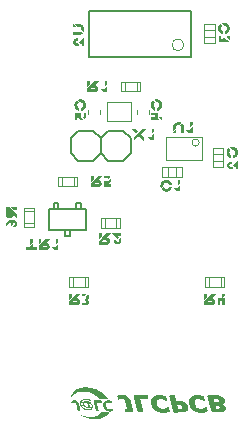
<source format=gbr>
%TF.GenerationSoftware,KiCad,Pcbnew,7.0.7*%
%TF.CreationDate,2023-10-23T01:20:13+09:00*%
%TF.ProjectId,CANFD_module,43414e46-445f-46d6-9f64-756c652e6b69,rev?*%
%TF.SameCoordinates,Original*%
%TF.FileFunction,Legend,Bot*%
%TF.FilePolarity,Positive*%
%FSLAX46Y46*%
G04 Gerber Fmt 4.6, Leading zero omitted, Abs format (unit mm)*
G04 Created by KiCad (PCBNEW 7.0.7) date 2023-10-23 01:20:13*
%MOMM*%
%LPD*%
G01*
G04 APERTURE LIST*
%ADD10C,0.100000*%
%ADD11C,0.036800*%
%ADD12C,0.007360*%
%ADD13C,0.018694*%
%ADD14C,0.120000*%
%ADD15C,0.050000*%
%ADD16C,0.127000*%
%ADD17C,0.152400*%
G04 APERTURE END LIST*
D10*
G36*
X142073127Y-90658500D02*
G01*
X142554285Y-90658500D01*
X142566373Y-90658207D01*
X142578352Y-90657330D01*
X142590207Y-90655876D01*
X142601920Y-90653852D01*
X142613477Y-90651264D01*
X142624859Y-90648119D01*
X142636051Y-90644423D01*
X142647037Y-90640182D01*
X142657799Y-90635403D01*
X142668321Y-90630093D01*
X142678587Y-90624257D01*
X142688581Y-90617903D01*
X142698285Y-90611036D01*
X142707684Y-90603663D01*
X142716761Y-90595791D01*
X142725500Y-90587426D01*
X142732465Y-90580269D01*
X142739079Y-90572833D01*
X142745352Y-90565145D01*
X142751294Y-90557235D01*
X142756913Y-90549132D01*
X142758717Y-90546393D01*
X142771661Y-90526121D01*
X142944097Y-90698556D01*
X142933594Y-90711989D01*
X142925198Y-90722453D01*
X142916503Y-90732679D01*
X142907517Y-90742663D01*
X142898252Y-90752396D01*
X142888716Y-90761872D01*
X142878919Y-90771083D01*
X142868871Y-90780022D01*
X142858581Y-90788682D01*
X142848060Y-90797055D01*
X142837317Y-90805136D01*
X142826360Y-90812915D01*
X142815202Y-90820387D01*
X142803849Y-90827545D01*
X142792314Y-90834380D01*
X142780604Y-90840886D01*
X142768731Y-90847056D01*
X142756120Y-90853095D01*
X142743387Y-90858755D01*
X142730536Y-90864034D01*
X142717569Y-90868931D01*
X142704491Y-90873444D01*
X142691305Y-90877573D01*
X142678014Y-90881315D01*
X142664622Y-90884669D01*
X142651133Y-90887634D01*
X142637550Y-90890208D01*
X142623877Y-90892391D01*
X142610118Y-90894179D01*
X142596275Y-90895573D01*
X142582353Y-90896570D01*
X142568355Y-90897170D01*
X142554285Y-90897370D01*
X142073127Y-90897370D01*
X142073127Y-90658500D01*
G37*
G36*
X142796086Y-90432331D02*
G01*
X142796484Y-90422321D01*
X142796574Y-90416211D01*
X142796281Y-90404124D01*
X142795404Y-90392144D01*
X142793950Y-90380289D01*
X142791926Y-90368573D01*
X142789338Y-90357013D01*
X142786193Y-90345625D01*
X142782497Y-90334425D01*
X142778256Y-90323430D01*
X142773477Y-90312655D01*
X142768167Y-90302116D01*
X142762331Y-90291830D01*
X142755976Y-90281813D01*
X142749110Y-90272080D01*
X142741737Y-90262649D01*
X142733865Y-90253534D01*
X142725500Y-90244753D01*
X142716761Y-90236431D01*
X142707684Y-90228596D01*
X142698285Y-90221256D01*
X142688581Y-90214417D01*
X142678587Y-90208086D01*
X142668321Y-90202270D01*
X142657799Y-90196976D01*
X142647037Y-90192210D01*
X142636051Y-90187979D01*
X142624859Y-90184291D01*
X142613477Y-90181151D01*
X142601920Y-90178567D01*
X142590207Y-90176545D01*
X142578352Y-90175093D01*
X142566373Y-90174216D01*
X142554285Y-90173922D01*
X142528151Y-90173922D01*
X142289282Y-89935053D01*
X142554285Y-89935053D01*
X142569092Y-89935280D01*
X142583832Y-89935960D01*
X142598495Y-89937087D01*
X142613072Y-89938656D01*
X142627556Y-89940664D01*
X142641937Y-89943105D01*
X142656206Y-89945974D01*
X142670354Y-89949269D01*
X142684373Y-89952983D01*
X142698253Y-89957111D01*
X142711986Y-89961651D01*
X142725563Y-89966596D01*
X142738976Y-89971943D01*
X142752214Y-89977686D01*
X142765270Y-89983821D01*
X142778134Y-89990343D01*
X142790798Y-89997249D01*
X142803252Y-90004532D01*
X142815489Y-90012190D01*
X142827499Y-90020216D01*
X142839273Y-90028607D01*
X142850802Y-90037357D01*
X142862078Y-90046463D01*
X142873091Y-90055919D01*
X142883833Y-90065721D01*
X142894295Y-90075865D01*
X142904469Y-90086345D01*
X142914344Y-90097157D01*
X142923913Y-90108297D01*
X142933166Y-90119760D01*
X142942096Y-90131541D01*
X142950691Y-90143636D01*
X142960777Y-90158864D01*
X142970241Y-90174402D01*
X142979078Y-90190237D01*
X142987286Y-90206353D01*
X142994859Y-90222736D01*
X143001795Y-90239369D01*
X143008089Y-90256239D01*
X143013737Y-90273329D01*
X143018735Y-90290626D01*
X143023079Y-90308114D01*
X143026766Y-90325778D01*
X143029792Y-90343603D01*
X143032152Y-90361573D01*
X143033842Y-90379675D01*
X143034860Y-90397893D01*
X143035200Y-90416211D01*
X143035048Y-90428464D01*
X143034594Y-90440673D01*
X143033837Y-90452836D01*
X143032780Y-90464949D01*
X143031422Y-90477009D01*
X143029764Y-90489013D01*
X143027807Y-90500958D01*
X143025552Y-90512840D01*
X143022999Y-90524656D01*
X143020149Y-90536403D01*
X143017003Y-90548078D01*
X143013561Y-90559677D01*
X143009825Y-90571198D01*
X143005794Y-90582637D01*
X143001470Y-90593990D01*
X142996853Y-90605255D01*
X142985618Y-90631389D01*
X142795353Y-90441124D01*
X142796086Y-90432331D01*
G37*
G36*
X142073127Y-90173922D02*
G01*
X142073127Y-89935053D01*
X142180594Y-89935053D01*
X142419463Y-90173922D01*
X142073127Y-90173922D01*
G37*
G36*
X142490782Y-91188019D02*
G01*
X142490782Y-91403441D01*
X142480280Y-91396358D01*
X142478082Y-91394648D01*
X142468568Y-91388819D01*
X142458615Y-91383937D01*
X142448283Y-91380019D01*
X142437636Y-91377081D01*
X142426734Y-91375141D01*
X142415638Y-91374215D01*
X142411159Y-91374132D01*
X142399226Y-91374718D01*
X142387643Y-91376441D01*
X142376460Y-91379245D01*
X142365730Y-91383077D01*
X142355503Y-91387882D01*
X142345832Y-91393606D01*
X142336767Y-91400195D01*
X142328361Y-91407593D01*
X142320426Y-91416055D01*
X142313336Y-91425278D01*
X142307156Y-91435199D01*
X142301952Y-91445756D01*
X142297790Y-91456885D01*
X142294735Y-91468524D01*
X142292854Y-91480609D01*
X142292213Y-91493078D01*
X142292827Y-91505201D01*
X142294629Y-91516982D01*
X142297560Y-91528362D01*
X142301559Y-91539278D01*
X142306567Y-91549671D01*
X142312525Y-91559479D01*
X142319371Y-91568641D01*
X142327048Y-91577098D01*
X142335494Y-91584787D01*
X142344651Y-91591648D01*
X142354458Y-91597621D01*
X142364856Y-91602644D01*
X142375785Y-91606657D01*
X142387185Y-91609598D01*
X142398996Y-91611408D01*
X142411159Y-91612024D01*
X142421465Y-91611570D01*
X142431645Y-91610219D01*
X142441642Y-91607993D01*
X142451398Y-91604911D01*
X142460857Y-91600993D01*
X142469960Y-91596259D01*
X142478652Y-91590730D01*
X142486874Y-91584425D01*
X142496156Y-91575388D01*
X142635130Y-91714362D01*
X142628099Y-91721414D01*
X142620747Y-91728144D01*
X142619742Y-91729017D01*
X142608746Y-91738318D01*
X142597386Y-91747073D01*
X142585682Y-91755275D01*
X142573653Y-91762917D01*
X142561319Y-91769990D01*
X142548701Y-91776488D01*
X142535816Y-91782403D01*
X142522686Y-91787727D01*
X142509330Y-91792452D01*
X142495768Y-91796572D01*
X142482018Y-91800079D01*
X142468102Y-91802965D01*
X142454038Y-91805223D01*
X142439847Y-91806845D01*
X142425547Y-91807823D01*
X142411159Y-91808151D01*
X142400401Y-91807971D01*
X142389699Y-91807432D01*
X142379058Y-91806534D01*
X142368483Y-91805279D01*
X142357979Y-91803669D01*
X142347551Y-91801703D01*
X142337203Y-91799385D01*
X142326941Y-91796714D01*
X142316769Y-91793692D01*
X142306692Y-91790321D01*
X142300029Y-91787879D01*
X142289002Y-91783513D01*
X142278184Y-91778752D01*
X142267582Y-91773603D01*
X142257206Y-91768073D01*
X142247063Y-91762168D01*
X142237161Y-91755894D01*
X142227509Y-91749258D01*
X142218116Y-91742267D01*
X142208988Y-91734926D01*
X142200135Y-91727243D01*
X142191564Y-91719223D01*
X142183284Y-91710874D01*
X142175304Y-91702201D01*
X142167630Y-91693211D01*
X142160273Y-91683911D01*
X142153239Y-91674306D01*
X142146438Y-91664213D01*
X142140054Y-91653907D01*
X142134088Y-91643398D01*
X142128543Y-91632697D01*
X142123424Y-91621815D01*
X142118733Y-91610761D01*
X142114474Y-91599546D01*
X142110649Y-91588180D01*
X142107262Y-91576674D01*
X142104316Y-91565039D01*
X142101815Y-91553283D01*
X142099761Y-91541419D01*
X142098158Y-91529456D01*
X142097009Y-91517405D01*
X142096317Y-91505275D01*
X142096086Y-91493078D01*
X142096503Y-91476738D01*
X142097741Y-91460613D01*
X142099779Y-91444724D01*
X142102596Y-91429090D01*
X142106172Y-91413733D01*
X142110486Y-91398672D01*
X142115516Y-91383928D01*
X142121243Y-91369522D01*
X142127645Y-91355473D01*
X142134702Y-91341803D01*
X142142393Y-91328531D01*
X142150697Y-91315678D01*
X142159594Y-91303264D01*
X142169062Y-91291310D01*
X142179081Y-91279836D01*
X142189631Y-91268863D01*
X142197658Y-91261237D01*
X142205937Y-91253891D01*
X142214462Y-91246831D01*
X142223226Y-91240068D01*
X142232224Y-91233609D01*
X142241449Y-91227462D01*
X142250895Y-91221637D01*
X142260557Y-91216141D01*
X142270428Y-91210983D01*
X142280502Y-91206172D01*
X142287328Y-91203162D01*
X142298083Y-91198754D01*
X142309046Y-91194741D01*
X142320207Y-91191131D01*
X142331554Y-91187933D01*
X142343076Y-91185156D01*
X142354763Y-91182807D01*
X142366603Y-91180895D01*
X142378587Y-91179428D01*
X142390703Y-91178416D01*
X142402939Y-91177866D01*
X142411159Y-91177761D01*
X142422736Y-91177975D01*
X142434320Y-91178619D01*
X142445884Y-91179693D01*
X142457401Y-91181195D01*
X142468841Y-91183127D01*
X142480177Y-91185489D01*
X142484676Y-91186553D01*
X142490782Y-91188019D01*
G37*
G36*
X142839072Y-91509687D02*
G01*
X142716463Y-91632296D01*
X142577733Y-91493567D01*
X143035200Y-91036100D01*
X143035200Y-91782506D01*
X142839072Y-91782506D01*
X142839072Y-91509687D01*
G37*
G36*
X151262900Y-99226872D02*
G01*
X151262900Y-98745714D01*
X151262607Y-98733626D01*
X151261730Y-98721647D01*
X151260276Y-98709792D01*
X151258252Y-98698079D01*
X151255664Y-98686522D01*
X151252519Y-98675140D01*
X151248823Y-98663948D01*
X151244582Y-98652962D01*
X151239803Y-98642200D01*
X151234493Y-98631678D01*
X151228657Y-98621412D01*
X151222303Y-98611418D01*
X151215436Y-98601714D01*
X151208063Y-98592315D01*
X151200191Y-98583238D01*
X151191826Y-98574499D01*
X151184669Y-98567534D01*
X151177233Y-98560920D01*
X151169545Y-98554647D01*
X151161635Y-98548705D01*
X151153532Y-98543086D01*
X151150793Y-98541282D01*
X151130521Y-98528338D01*
X151302956Y-98355902D01*
X151316389Y-98366405D01*
X151326853Y-98374801D01*
X151337079Y-98383496D01*
X151347063Y-98392482D01*
X151356796Y-98401747D01*
X151366272Y-98411283D01*
X151375483Y-98421080D01*
X151384422Y-98431128D01*
X151393082Y-98441418D01*
X151401455Y-98451939D01*
X151409536Y-98462682D01*
X151417315Y-98473639D01*
X151424787Y-98484797D01*
X151431945Y-98496150D01*
X151438780Y-98507685D01*
X151445286Y-98519395D01*
X151451456Y-98531268D01*
X151457495Y-98543879D01*
X151463155Y-98556612D01*
X151468434Y-98569463D01*
X151473331Y-98582430D01*
X151477844Y-98595508D01*
X151481973Y-98608694D01*
X151485715Y-98621985D01*
X151489069Y-98635377D01*
X151492034Y-98648866D01*
X151494608Y-98662449D01*
X151496791Y-98676122D01*
X151498579Y-98689881D01*
X151499973Y-98703724D01*
X151500970Y-98717646D01*
X151501570Y-98731644D01*
X151501770Y-98745714D01*
X151501770Y-99226872D01*
X151262900Y-99226872D01*
G37*
G36*
X151036731Y-98503913D02*
G01*
X151026721Y-98503515D01*
X151020611Y-98503425D01*
X151008524Y-98503718D01*
X150996544Y-98504595D01*
X150984689Y-98506049D01*
X150972973Y-98508073D01*
X150961413Y-98510661D01*
X150950025Y-98513806D01*
X150938825Y-98517502D01*
X150927830Y-98521743D01*
X150917055Y-98526522D01*
X150906516Y-98531832D01*
X150896230Y-98537668D01*
X150886213Y-98544023D01*
X150876480Y-98550889D01*
X150867049Y-98558262D01*
X150857934Y-98566134D01*
X150849153Y-98574499D01*
X150840831Y-98583238D01*
X150832996Y-98592315D01*
X150825656Y-98601714D01*
X150818817Y-98611418D01*
X150812486Y-98621412D01*
X150806670Y-98631678D01*
X150801376Y-98642200D01*
X150796610Y-98652962D01*
X150792379Y-98663948D01*
X150788691Y-98675140D01*
X150785551Y-98686522D01*
X150782967Y-98698079D01*
X150780945Y-98709792D01*
X150779493Y-98721647D01*
X150778616Y-98733626D01*
X150778322Y-98745714D01*
X150778322Y-98771848D01*
X150539453Y-99010717D01*
X150539453Y-98745714D01*
X150539680Y-98730907D01*
X150540360Y-98716167D01*
X150541487Y-98701504D01*
X150543056Y-98686927D01*
X150545064Y-98672443D01*
X150547505Y-98658062D01*
X150550374Y-98643793D01*
X150553669Y-98629645D01*
X150557383Y-98615626D01*
X150561511Y-98601746D01*
X150566051Y-98588013D01*
X150570996Y-98574436D01*
X150576343Y-98561023D01*
X150582086Y-98547785D01*
X150588221Y-98534729D01*
X150594743Y-98521865D01*
X150601649Y-98509201D01*
X150608932Y-98496747D01*
X150616590Y-98484510D01*
X150624616Y-98472500D01*
X150633007Y-98460726D01*
X150641757Y-98449197D01*
X150650863Y-98437921D01*
X150660319Y-98426908D01*
X150670121Y-98416166D01*
X150680265Y-98405704D01*
X150690745Y-98395530D01*
X150701557Y-98385655D01*
X150712697Y-98376086D01*
X150724160Y-98366833D01*
X150735941Y-98357903D01*
X150748036Y-98349308D01*
X150763264Y-98339222D01*
X150778802Y-98329758D01*
X150794637Y-98320921D01*
X150810753Y-98312713D01*
X150827136Y-98305140D01*
X150843769Y-98298204D01*
X150860639Y-98291910D01*
X150877729Y-98286262D01*
X150895026Y-98281264D01*
X150912514Y-98276920D01*
X150930178Y-98273233D01*
X150948003Y-98270207D01*
X150965973Y-98267847D01*
X150984075Y-98266157D01*
X151002293Y-98265139D01*
X151020611Y-98264800D01*
X151032864Y-98264951D01*
X151045073Y-98265405D01*
X151057236Y-98266162D01*
X151069349Y-98267219D01*
X151081409Y-98268577D01*
X151093413Y-98270235D01*
X151105358Y-98272192D01*
X151117240Y-98274447D01*
X151129056Y-98277000D01*
X151140803Y-98279850D01*
X151152478Y-98282996D01*
X151164077Y-98286438D01*
X151175598Y-98290174D01*
X151187037Y-98294205D01*
X151198390Y-98298529D01*
X151209655Y-98303146D01*
X151235789Y-98314381D01*
X151045524Y-98504646D01*
X151036731Y-98503913D01*
G37*
G36*
X150778322Y-99226872D02*
G01*
X150539453Y-99226872D01*
X150539453Y-99119405D01*
X150778322Y-98880536D01*
X150778322Y-99226872D01*
G37*
G36*
X151993919Y-98264800D02*
G01*
X152197862Y-98264800D01*
X152197862Y-98501227D01*
X151993919Y-98705169D01*
X151993919Y-98264800D01*
G37*
G36*
X151909900Y-99207577D02*
G01*
X151640500Y-98938177D01*
X151928951Y-98938177D01*
X151993919Y-99003146D01*
X151993919Y-98871987D01*
X152197862Y-98668044D01*
X152197862Y-99207577D01*
X151909900Y-99207577D01*
G37*
G36*
X149032745Y-96606963D02*
G01*
X149023873Y-96611622D01*
X149015212Y-96616625D01*
X149006770Y-96621972D01*
X148998551Y-96627662D01*
X148990560Y-96633696D01*
X148982804Y-96640073D01*
X148975289Y-96646793D01*
X148968020Y-96653857D01*
X148959389Y-96662876D01*
X148951268Y-96672244D01*
X148943663Y-96681944D01*
X148936582Y-96691959D01*
X148930030Y-96702272D01*
X148924014Y-96712865D01*
X148918540Y-96723721D01*
X148913615Y-96734824D01*
X148909246Y-96746155D01*
X148905438Y-96757699D01*
X148902198Y-96769436D01*
X148899533Y-96781352D01*
X148897449Y-96793428D01*
X148895952Y-96805646D01*
X148895050Y-96817991D01*
X148894747Y-96830445D01*
X148895050Y-96842941D01*
X148895952Y-96855324D01*
X148897449Y-96867575D01*
X148899533Y-96879679D01*
X148902198Y-96891618D01*
X148905438Y-96903376D01*
X148909246Y-96914935D01*
X148913615Y-96926280D01*
X148918540Y-96937392D01*
X148924014Y-96948256D01*
X148930030Y-96958855D01*
X148936582Y-96969171D01*
X148943663Y-96979188D01*
X148951268Y-96988889D01*
X148959389Y-96998258D01*
X148968020Y-97007277D01*
X148976984Y-97015827D01*
X148986285Y-97023889D01*
X148995918Y-97031452D01*
X149005878Y-97038509D01*
X149016158Y-97045051D01*
X149026753Y-97051069D01*
X149037657Y-97056554D01*
X149048865Y-97061498D01*
X149060832Y-97066628D01*
X149060832Y-97318686D01*
X149037385Y-97313557D01*
X149027271Y-97311205D01*
X149017219Y-97308640D01*
X149007233Y-97305862D01*
X148997315Y-97302874D01*
X148987468Y-97299679D01*
X148977697Y-97296277D01*
X148968003Y-97292672D01*
X148958392Y-97288866D01*
X148948865Y-97284859D01*
X148939426Y-97280655D01*
X148930078Y-97276256D01*
X148920825Y-97271663D01*
X148911670Y-97266878D01*
X148902616Y-97261905D01*
X148893667Y-97256744D01*
X148884825Y-97251397D01*
X148876094Y-97245868D01*
X148867477Y-97240157D01*
X148858978Y-97234268D01*
X148850599Y-97228201D01*
X148842344Y-97221959D01*
X148834217Y-97215545D01*
X148826220Y-97208959D01*
X148818357Y-97202205D01*
X148810630Y-97195284D01*
X148803044Y-97188199D01*
X148795602Y-97180951D01*
X148788307Y-97173542D01*
X148781161Y-97165975D01*
X148774169Y-97158251D01*
X148767334Y-97150373D01*
X148760658Y-97142343D01*
X148754066Y-97134055D01*
X148747662Y-97125635D01*
X148741449Y-97117087D01*
X148735428Y-97108415D01*
X148729599Y-97099621D01*
X148723964Y-97090711D01*
X148718525Y-97081687D01*
X148713282Y-97072554D01*
X148708238Y-97063316D01*
X148703394Y-97053976D01*
X148698750Y-97044538D01*
X148694309Y-97035005D01*
X148690071Y-97025383D01*
X148686038Y-97015674D01*
X148682211Y-97005882D01*
X148678592Y-96996011D01*
X148675182Y-96986065D01*
X148671982Y-96976048D01*
X148668994Y-96965963D01*
X148666219Y-96955814D01*
X148663658Y-96945606D01*
X148661313Y-96935341D01*
X148659185Y-96925024D01*
X148657275Y-96914659D01*
X148655584Y-96904249D01*
X148654115Y-96893798D01*
X148652868Y-96883309D01*
X148651845Y-96872788D01*
X148651047Y-96862237D01*
X148650475Y-96851660D01*
X148650131Y-96841061D01*
X148650016Y-96830445D01*
X148650248Y-96815294D01*
X148650943Y-96800209D01*
X148652094Y-96785200D01*
X148653698Y-96770275D01*
X148655749Y-96755444D01*
X148658243Y-96740716D01*
X148661175Y-96726100D01*
X148664541Y-96711605D01*
X148668335Y-96697241D01*
X148672553Y-96683015D01*
X148677190Y-96668938D01*
X148682242Y-96655019D01*
X148687703Y-96641267D01*
X148693569Y-96627690D01*
X148699835Y-96614298D01*
X148706497Y-96601101D01*
X148713550Y-96588106D01*
X148720988Y-96575324D01*
X148728808Y-96562764D01*
X148737004Y-96550434D01*
X148745571Y-96538343D01*
X148754506Y-96526502D01*
X148763803Y-96514918D01*
X148773458Y-96503602D01*
X148783465Y-96492562D01*
X148793821Y-96481807D01*
X148804519Y-96471346D01*
X148815556Y-96461190D01*
X148826927Y-96451345D01*
X148838627Y-96441823D01*
X148850652Y-96432632D01*
X148862996Y-96423780D01*
X148876185Y-96414743D01*
X149056436Y-96594995D01*
X149032745Y-96606963D01*
G37*
G36*
X149240351Y-97061498D02*
G01*
X149251569Y-97056554D01*
X149262501Y-97051069D01*
X149273135Y-97045051D01*
X149283460Y-97038509D01*
X149293464Y-97031452D01*
X149303137Y-97023889D01*
X149312466Y-97015827D01*
X149321440Y-97007277D01*
X149328433Y-96999997D01*
X149335121Y-96992458D01*
X149341494Y-96984672D01*
X149347543Y-96976655D01*
X149353260Y-96968420D01*
X149358637Y-96959981D01*
X149363664Y-96951354D01*
X149368334Y-96942552D01*
X149372662Y-96933308D01*
X149376650Y-96923966D01*
X149378348Y-96919593D01*
X149382315Y-96908400D01*
X149385740Y-96897040D01*
X149388616Y-96885522D01*
X149390940Y-96873860D01*
X149392704Y-96862063D01*
X149393903Y-96850143D01*
X149394224Y-96845344D01*
X149394616Y-96835368D01*
X149394577Y-96825357D01*
X149394139Y-96815505D01*
X149393735Y-96810173D01*
X149392620Y-96799178D01*
X149391020Y-96788279D01*
X149388940Y-96777489D01*
X149386389Y-96766823D01*
X149383373Y-96756296D01*
X149379898Y-96745923D01*
X149375972Y-96735718D01*
X149371601Y-96725695D01*
X149366792Y-96715870D01*
X149361552Y-96706257D01*
X149355888Y-96696871D01*
X149349806Y-96687727D01*
X149343314Y-96678838D01*
X149336417Y-96670221D01*
X149329123Y-96661889D01*
X149321440Y-96653857D01*
X149313408Y-96646173D01*
X149305076Y-96638879D01*
X149296458Y-96631982D01*
X149287570Y-96625487D01*
X149278425Y-96619401D01*
X149269039Y-96613732D01*
X149259427Y-96608484D01*
X149249602Y-96603665D01*
X149239579Y-96599281D01*
X149229374Y-96595339D01*
X149219000Y-96591845D01*
X149208473Y-96588805D01*
X149197808Y-96586225D01*
X149187018Y-96584113D01*
X149176118Y-96582475D01*
X149165124Y-96581317D01*
X149158041Y-96580829D01*
X148951412Y-96374199D01*
X148979988Y-96363941D01*
X148989911Y-96360566D01*
X148999894Y-96357405D01*
X149009936Y-96354456D01*
X149020032Y-96351721D01*
X149030182Y-96349201D01*
X149040382Y-96346896D01*
X149050630Y-96344808D01*
X149060924Y-96342936D01*
X149071261Y-96341282D01*
X149081637Y-96339846D01*
X149092052Y-96338629D01*
X149102503Y-96337631D01*
X149112986Y-96336854D01*
X149123499Y-96336299D01*
X149134041Y-96335964D01*
X149144608Y-96335853D01*
X149156972Y-96336004D01*
X149169286Y-96336454D01*
X149181546Y-96337204D01*
X149193747Y-96338250D01*
X149205885Y-96339590D01*
X149217957Y-96341224D01*
X149229957Y-96343149D01*
X149241881Y-96345363D01*
X149253726Y-96347865D01*
X149265487Y-96350653D01*
X149277159Y-96353725D01*
X149288739Y-96357079D01*
X149300222Y-96360714D01*
X149311604Y-96364627D01*
X149322881Y-96368818D01*
X149334049Y-96373283D01*
X149345102Y-96378022D01*
X149356038Y-96383032D01*
X149366851Y-96388313D01*
X149377538Y-96393861D01*
X149388094Y-96399675D01*
X149398515Y-96405754D01*
X149408796Y-96412095D01*
X149418934Y-96418697D01*
X149428925Y-96425558D01*
X149438763Y-96432677D01*
X149448445Y-96440050D01*
X149457967Y-96447678D01*
X149467324Y-96455557D01*
X149476512Y-96463687D01*
X149485526Y-96472065D01*
X149494363Y-96480689D01*
X149503009Y-96489548D01*
X149511406Y-96498581D01*
X149519551Y-96507785D01*
X149527445Y-96517156D01*
X149535083Y-96526689D01*
X149542467Y-96536380D01*
X149549592Y-96546225D01*
X149556458Y-96556221D01*
X149563064Y-96566363D01*
X149569407Y-96576646D01*
X149575486Y-96587067D01*
X149581299Y-96597622D01*
X149586845Y-96608306D01*
X149592122Y-96619116D01*
X149597127Y-96630047D01*
X149601861Y-96641095D01*
X149606320Y-96652257D01*
X149610504Y-96663527D01*
X149614410Y-96674902D01*
X149618038Y-96686378D01*
X149621384Y-96697950D01*
X149624449Y-96709615D01*
X149627229Y-96721368D01*
X149629724Y-96733206D01*
X149631931Y-96745123D01*
X149633849Y-96757117D01*
X149635477Y-96769182D01*
X149636813Y-96781316D01*
X149637855Y-96793513D01*
X149638601Y-96805769D01*
X149639050Y-96818081D01*
X149639200Y-96830445D01*
X149639048Y-96842967D01*
X149638593Y-96855435D01*
X149637834Y-96867847D01*
X149636772Y-96880202D01*
X149635407Y-96892496D01*
X149633738Y-96904728D01*
X149631766Y-96916896D01*
X149629491Y-96928997D01*
X149626912Y-96941029D01*
X149624030Y-96952991D01*
X149620844Y-96964879D01*
X149617355Y-96976693D01*
X149613563Y-96988429D01*
X149609467Y-97000086D01*
X149605068Y-97011661D01*
X149600365Y-97023152D01*
X149596127Y-97032833D01*
X149591658Y-97042480D01*
X149586957Y-97052063D01*
X149584245Y-97057346D01*
X149577938Y-97069174D01*
X149571296Y-97080838D01*
X149564326Y-97092329D01*
X149557038Y-97103638D01*
X149549440Y-97114755D01*
X149541539Y-97125670D01*
X149533344Y-97136376D01*
X149524863Y-97146861D01*
X149516105Y-97157118D01*
X149507077Y-97167136D01*
X149497788Y-97176907D01*
X149488246Y-97186421D01*
X149478459Y-97195669D01*
X149468436Y-97204641D01*
X149458185Y-97213328D01*
X149447713Y-97221722D01*
X149436833Y-97229907D01*
X149425722Y-97237789D01*
X149414392Y-97245364D01*
X149402853Y-97252626D01*
X149391114Y-97259570D01*
X149379187Y-97266192D01*
X149367082Y-97272486D01*
X149354809Y-97278447D01*
X149342379Y-97284071D01*
X149329802Y-97289351D01*
X149317087Y-97294284D01*
X149304247Y-97298864D01*
X149291291Y-97303087D01*
X149278229Y-97306946D01*
X149265072Y-97310438D01*
X149251830Y-97313557D01*
X149228627Y-97318686D01*
X149228627Y-97066628D01*
X149240351Y-97061498D01*
G37*
G36*
X148700818Y-97853334D02*
G01*
X149063519Y-97853334D01*
X149063519Y-97661359D01*
X148700818Y-97661359D01*
X148700818Y-97458393D01*
X149266485Y-97458393D01*
X149266485Y-97957381D01*
X149365403Y-98056300D01*
X148700818Y-98056300D01*
X148700818Y-97853334D01*
G37*
G36*
X149639200Y-97853334D02*
G01*
X149639200Y-98056300D01*
X149531244Y-98056300D01*
X149328278Y-97853334D01*
X149639200Y-97853334D01*
G37*
G36*
X142581145Y-96606963D02*
G01*
X142572273Y-96611622D01*
X142563612Y-96616625D01*
X142555170Y-96621972D01*
X142546951Y-96627662D01*
X142538960Y-96633696D01*
X142531204Y-96640073D01*
X142523689Y-96646793D01*
X142516420Y-96653857D01*
X142507789Y-96662876D01*
X142499668Y-96672244D01*
X142492063Y-96681944D01*
X142484982Y-96691959D01*
X142478430Y-96702272D01*
X142472414Y-96712865D01*
X142466940Y-96723721D01*
X142462015Y-96734824D01*
X142457646Y-96746155D01*
X142453838Y-96757699D01*
X142450598Y-96769436D01*
X142447933Y-96781352D01*
X142445849Y-96793428D01*
X142444352Y-96805646D01*
X142443450Y-96817991D01*
X142443147Y-96830445D01*
X142443450Y-96842941D01*
X142444352Y-96855324D01*
X142445849Y-96867575D01*
X142447933Y-96879679D01*
X142450598Y-96891618D01*
X142453838Y-96903376D01*
X142457646Y-96914935D01*
X142462015Y-96926280D01*
X142466940Y-96937392D01*
X142472414Y-96948256D01*
X142478430Y-96958855D01*
X142484982Y-96969171D01*
X142492063Y-96979188D01*
X142499668Y-96988889D01*
X142507789Y-96998258D01*
X142516420Y-97007277D01*
X142525384Y-97015827D01*
X142534685Y-97023889D01*
X142544318Y-97031452D01*
X142554278Y-97038509D01*
X142564558Y-97045051D01*
X142575153Y-97051069D01*
X142586057Y-97056554D01*
X142597265Y-97061498D01*
X142609232Y-97066628D01*
X142609232Y-97318686D01*
X142585785Y-97313557D01*
X142575671Y-97311205D01*
X142565619Y-97308640D01*
X142555633Y-97305862D01*
X142545715Y-97302874D01*
X142535868Y-97299679D01*
X142526097Y-97296277D01*
X142516403Y-97292672D01*
X142506792Y-97288866D01*
X142497265Y-97284859D01*
X142487826Y-97280655D01*
X142478478Y-97276256D01*
X142469225Y-97271663D01*
X142460070Y-97266878D01*
X142451016Y-97261905D01*
X142442067Y-97256744D01*
X142433225Y-97251397D01*
X142424494Y-97245868D01*
X142415877Y-97240157D01*
X142407378Y-97234268D01*
X142398999Y-97228201D01*
X142390744Y-97221959D01*
X142382617Y-97215545D01*
X142374620Y-97208959D01*
X142366757Y-97202205D01*
X142359030Y-97195284D01*
X142351444Y-97188199D01*
X142344002Y-97180951D01*
X142336707Y-97173542D01*
X142329561Y-97165975D01*
X142322569Y-97158251D01*
X142315734Y-97150373D01*
X142309058Y-97142343D01*
X142302466Y-97134055D01*
X142296062Y-97125635D01*
X142289849Y-97117087D01*
X142283828Y-97108415D01*
X142277999Y-97099621D01*
X142272364Y-97090711D01*
X142266925Y-97081687D01*
X142261682Y-97072554D01*
X142256638Y-97063316D01*
X142251794Y-97053976D01*
X142247150Y-97044538D01*
X142242709Y-97035005D01*
X142238471Y-97025383D01*
X142234438Y-97015674D01*
X142230611Y-97005882D01*
X142226992Y-96996011D01*
X142223582Y-96986065D01*
X142220382Y-96976048D01*
X142217394Y-96965963D01*
X142214619Y-96955814D01*
X142212058Y-96945606D01*
X142209713Y-96935341D01*
X142207585Y-96925024D01*
X142205675Y-96914659D01*
X142203984Y-96904249D01*
X142202515Y-96893798D01*
X142201268Y-96883309D01*
X142200245Y-96872788D01*
X142199447Y-96862237D01*
X142198875Y-96851660D01*
X142198531Y-96841061D01*
X142198416Y-96830445D01*
X142198648Y-96815294D01*
X142199343Y-96800209D01*
X142200494Y-96785200D01*
X142202098Y-96770275D01*
X142204149Y-96755444D01*
X142206643Y-96740716D01*
X142209575Y-96726100D01*
X142212941Y-96711605D01*
X142216735Y-96697241D01*
X142220953Y-96683015D01*
X142225590Y-96668938D01*
X142230642Y-96655019D01*
X142236103Y-96641267D01*
X142241969Y-96627690D01*
X142248235Y-96614298D01*
X142254897Y-96601101D01*
X142261950Y-96588106D01*
X142269388Y-96575324D01*
X142277208Y-96562764D01*
X142285404Y-96550434D01*
X142293971Y-96538343D01*
X142302906Y-96526502D01*
X142312203Y-96514918D01*
X142321858Y-96503602D01*
X142331865Y-96492562D01*
X142342221Y-96481807D01*
X142352919Y-96471346D01*
X142363956Y-96461190D01*
X142375327Y-96451345D01*
X142387027Y-96441823D01*
X142399052Y-96432632D01*
X142411396Y-96423780D01*
X142424585Y-96414743D01*
X142604836Y-96594995D01*
X142581145Y-96606963D01*
G37*
G36*
X142788751Y-97061498D02*
G01*
X142799969Y-97056554D01*
X142810901Y-97051069D01*
X142821535Y-97045051D01*
X142831860Y-97038509D01*
X142841864Y-97031452D01*
X142851537Y-97023889D01*
X142860866Y-97015827D01*
X142869840Y-97007277D01*
X142876833Y-96999997D01*
X142883521Y-96992458D01*
X142889894Y-96984672D01*
X142895943Y-96976655D01*
X142901660Y-96968420D01*
X142907037Y-96959981D01*
X142912064Y-96951354D01*
X142916734Y-96942552D01*
X142921062Y-96933308D01*
X142925050Y-96923966D01*
X142926748Y-96919593D01*
X142930715Y-96908400D01*
X142934140Y-96897040D01*
X142937016Y-96885522D01*
X142939340Y-96873860D01*
X142941104Y-96862063D01*
X142942303Y-96850143D01*
X142942624Y-96845344D01*
X142943016Y-96835368D01*
X142942977Y-96825357D01*
X142942539Y-96815505D01*
X142942135Y-96810173D01*
X142941020Y-96799178D01*
X142939420Y-96788279D01*
X142937340Y-96777489D01*
X142934789Y-96766823D01*
X142931773Y-96756296D01*
X142928298Y-96745923D01*
X142924372Y-96735718D01*
X142920001Y-96725695D01*
X142915192Y-96715870D01*
X142909952Y-96706257D01*
X142904288Y-96696871D01*
X142898206Y-96687727D01*
X142891714Y-96678838D01*
X142884817Y-96670221D01*
X142877523Y-96661889D01*
X142869840Y-96653857D01*
X142861808Y-96646173D01*
X142853476Y-96638879D01*
X142844858Y-96631982D01*
X142835970Y-96625487D01*
X142826825Y-96619401D01*
X142817439Y-96613732D01*
X142807827Y-96608484D01*
X142798002Y-96603665D01*
X142787979Y-96599281D01*
X142777774Y-96595339D01*
X142767400Y-96591845D01*
X142756873Y-96588805D01*
X142746208Y-96586225D01*
X142735418Y-96584113D01*
X142724518Y-96582475D01*
X142713524Y-96581317D01*
X142706441Y-96580829D01*
X142499812Y-96374199D01*
X142528388Y-96363941D01*
X142538311Y-96360566D01*
X142548294Y-96357405D01*
X142558336Y-96354456D01*
X142568432Y-96351721D01*
X142578582Y-96349201D01*
X142588782Y-96346896D01*
X142599030Y-96344808D01*
X142609324Y-96342936D01*
X142619661Y-96341282D01*
X142630037Y-96339846D01*
X142640452Y-96338629D01*
X142650903Y-96337631D01*
X142661386Y-96336854D01*
X142671899Y-96336299D01*
X142682441Y-96335964D01*
X142693008Y-96335853D01*
X142705372Y-96336004D01*
X142717686Y-96336454D01*
X142729946Y-96337204D01*
X142742147Y-96338250D01*
X142754285Y-96339590D01*
X142766357Y-96341224D01*
X142778357Y-96343149D01*
X142790281Y-96345363D01*
X142802126Y-96347865D01*
X142813887Y-96350653D01*
X142825559Y-96353725D01*
X142837139Y-96357079D01*
X142848622Y-96360714D01*
X142860004Y-96364627D01*
X142871281Y-96368818D01*
X142882449Y-96373283D01*
X142893502Y-96378022D01*
X142904438Y-96383032D01*
X142915251Y-96388313D01*
X142925938Y-96393861D01*
X142936494Y-96399675D01*
X142946915Y-96405754D01*
X142957196Y-96412095D01*
X142967334Y-96418697D01*
X142977325Y-96425558D01*
X142987163Y-96432677D01*
X142996845Y-96440050D01*
X143006367Y-96447678D01*
X143015724Y-96455557D01*
X143024912Y-96463687D01*
X143033926Y-96472065D01*
X143042763Y-96480689D01*
X143051409Y-96489548D01*
X143059806Y-96498581D01*
X143067951Y-96507785D01*
X143075845Y-96517156D01*
X143083483Y-96526689D01*
X143090867Y-96536380D01*
X143097992Y-96546225D01*
X143104858Y-96556221D01*
X143111464Y-96566363D01*
X143117807Y-96576646D01*
X143123886Y-96587067D01*
X143129699Y-96597622D01*
X143135245Y-96608306D01*
X143140522Y-96619116D01*
X143145527Y-96630047D01*
X143150261Y-96641095D01*
X143154720Y-96652257D01*
X143158904Y-96663527D01*
X143162810Y-96674902D01*
X143166438Y-96686378D01*
X143169784Y-96697950D01*
X143172849Y-96709615D01*
X143175629Y-96721368D01*
X143178124Y-96733206D01*
X143180331Y-96745123D01*
X143182249Y-96757117D01*
X143183877Y-96769182D01*
X143185213Y-96781316D01*
X143186255Y-96793513D01*
X143187001Y-96805769D01*
X143187450Y-96818081D01*
X143187600Y-96830445D01*
X143187448Y-96842967D01*
X143186993Y-96855435D01*
X143186234Y-96867847D01*
X143185172Y-96880202D01*
X143183807Y-96892496D01*
X143182138Y-96904728D01*
X143180166Y-96916896D01*
X143177891Y-96928997D01*
X143175312Y-96941029D01*
X143172430Y-96952991D01*
X143169244Y-96964879D01*
X143165755Y-96976693D01*
X143161963Y-96988429D01*
X143157867Y-97000086D01*
X143153468Y-97011661D01*
X143148765Y-97023152D01*
X143144527Y-97032833D01*
X143140058Y-97042480D01*
X143135357Y-97052063D01*
X143132645Y-97057346D01*
X143126338Y-97069174D01*
X143119696Y-97080838D01*
X143112726Y-97092329D01*
X143105438Y-97103638D01*
X143097840Y-97114755D01*
X143089939Y-97125670D01*
X143081744Y-97136376D01*
X143073263Y-97146861D01*
X143064505Y-97157118D01*
X143055477Y-97167136D01*
X143046188Y-97176907D01*
X143036646Y-97186421D01*
X143026859Y-97195669D01*
X143016836Y-97204641D01*
X143006585Y-97213328D01*
X142996113Y-97221722D01*
X142985233Y-97229907D01*
X142974122Y-97237789D01*
X142962792Y-97245364D01*
X142951253Y-97252626D01*
X142939514Y-97259570D01*
X142927587Y-97266192D01*
X142915482Y-97272486D01*
X142903209Y-97278447D01*
X142890779Y-97284071D01*
X142878202Y-97289351D01*
X142865487Y-97294284D01*
X142852647Y-97298864D01*
X142839691Y-97303087D01*
X142826629Y-97306946D01*
X142813472Y-97310438D01*
X142800230Y-97313557D01*
X142777027Y-97318686D01*
X142777027Y-97066628D01*
X142788751Y-97061498D01*
G37*
G36*
X142984878Y-97778840D02*
G01*
X142984878Y-97459370D01*
X143187600Y-97459370D01*
X143187600Y-97805218D01*
X143184562Y-97818268D01*
X143181042Y-97831126D01*
X143177052Y-97843782D01*
X143172601Y-97856227D01*
X143167702Y-97868451D01*
X143162363Y-97880446D01*
X143156597Y-97892201D01*
X143150414Y-97903709D01*
X143143824Y-97914959D01*
X143136838Y-97925942D01*
X143129467Y-97936648D01*
X143121723Y-97947070D01*
X143113614Y-97957196D01*
X143105153Y-97967018D01*
X143096350Y-97976527D01*
X143087216Y-97985713D01*
X142943601Y-97842343D01*
X142952087Y-97833899D01*
X142959885Y-97824850D01*
X142966949Y-97815235D01*
X142973234Y-97805093D01*
X142978697Y-97794465D01*
X142983293Y-97783387D01*
X142984878Y-97778840D01*
G37*
G36*
X142733064Y-98069000D02*
G01*
X142721614Y-98065168D01*
X142710351Y-98060957D01*
X142699281Y-98056377D01*
X142688409Y-98051436D01*
X142677741Y-98046143D01*
X142667284Y-98040505D01*
X142657043Y-98034531D01*
X142647025Y-98028231D01*
X142637236Y-98021611D01*
X142627681Y-98014682D01*
X142621445Y-98009893D01*
X142610362Y-98000878D01*
X142599654Y-97991426D01*
X142589336Y-97981552D01*
X142579421Y-97971271D01*
X142569926Y-97960597D01*
X142560864Y-97949544D01*
X142552249Y-97938128D01*
X142544096Y-97926362D01*
X142536420Y-97914262D01*
X142529235Y-97901841D01*
X142524724Y-97893390D01*
X142524724Y-97662092D01*
X142520328Y-97662092D01*
X142456825Y-97662092D01*
X142456825Y-98057521D01*
X142254103Y-98057521D01*
X142254103Y-97459370D01*
X142621445Y-97459370D01*
X142621445Y-97458393D01*
X142733064Y-97458393D01*
X142733064Y-97477688D01*
X142732331Y-97477933D01*
X142732331Y-97837702D01*
X142733064Y-97838435D01*
X142741702Y-97846361D01*
X142750924Y-97853624D01*
X142760695Y-97860176D01*
X142770982Y-97865973D01*
X142781750Y-97870969D01*
X142792964Y-97875117D01*
X142804590Y-97878372D01*
X142816595Y-97880689D01*
X142988786Y-98053124D01*
X142984878Y-98054834D01*
X142972380Y-98060102D01*
X142959625Y-98064907D01*
X142946626Y-98069238D01*
X142933397Y-98073081D01*
X142919950Y-98076425D01*
X142906299Y-98079258D01*
X142892457Y-98081567D01*
X142878438Y-98083342D01*
X142864254Y-98084569D01*
X142849920Y-98085236D01*
X142840286Y-98085364D01*
X142829815Y-98085211D01*
X142819424Y-98084754D01*
X142809115Y-98084001D01*
X142798890Y-98082956D01*
X142788752Y-98081626D01*
X142778704Y-98080018D01*
X142768747Y-98078136D01*
X142758885Y-98075988D01*
X142749119Y-98073579D01*
X142739452Y-98070915D01*
X142733064Y-98069000D01*
G37*
D11*
G36*
X144193635Y-103172323D02*
G01*
X144203581Y-103172323D01*
X144206336Y-103172323D01*
X144209755Y-103172323D01*
X144210244Y-103172323D01*
X144224612Y-103172986D01*
X144238851Y-103174326D01*
X144252943Y-103176336D01*
X144266866Y-103179005D01*
X144280602Y-103182326D01*
X144294131Y-103186289D01*
X144307433Y-103190886D01*
X144320489Y-103196106D01*
X144333278Y-103201942D01*
X144345782Y-103208385D01*
X144357980Y-103215425D01*
X144369853Y-103223053D01*
X144381381Y-103231261D01*
X144392544Y-103240040D01*
X144403323Y-103249380D01*
X144413698Y-103259274D01*
X144423551Y-103269603D01*
X144432864Y-103280337D01*
X144441629Y-103291455D01*
X144449838Y-103302940D01*
X144457483Y-103314770D01*
X144464557Y-103326928D01*
X144471051Y-103339393D01*
X144476957Y-103352147D01*
X144482268Y-103365170D01*
X144486976Y-103378442D01*
X144491072Y-103391945D01*
X144494550Y-103405659D01*
X144497401Y-103419565D01*
X144499617Y-103433643D01*
X144501191Y-103447874D01*
X144502114Y-103462239D01*
X144502948Y-103472381D01*
X144503436Y-103482577D01*
X144503579Y-103491793D01*
X144503384Y-103502322D01*
X144502800Y-103512829D01*
X144501834Y-103523291D01*
X144500491Y-103533686D01*
X144498776Y-103543992D01*
X144496697Y-103554186D01*
X144495764Y-103558227D01*
X144492033Y-103572127D01*
X144487584Y-103585784D01*
X144482433Y-103599173D01*
X144476594Y-103612271D01*
X144470084Y-103625054D01*
X144462918Y-103637497D01*
X144455112Y-103649576D01*
X144446682Y-103661267D01*
X144437644Y-103672546D01*
X144428012Y-103683388D01*
X144421270Y-103690362D01*
X144413780Y-103697626D01*
X144406064Y-103704577D01*
X144398128Y-103711213D01*
X144389980Y-103717530D01*
X144381627Y-103723526D01*
X144373077Y-103729195D01*
X144364337Y-103734537D01*
X144355416Y-103739547D01*
X144346319Y-103744222D01*
X144337056Y-103748558D01*
X144327633Y-103752554D01*
X144318058Y-103756205D01*
X144308338Y-103759508D01*
X144298482Y-103762460D01*
X144288496Y-103765058D01*
X144278387Y-103767299D01*
X144268150Y-103769064D01*
X144257797Y-103770502D01*
X144247366Y-103771591D01*
X144236897Y-103772313D01*
X144226427Y-103772649D01*
X144222944Y-103772672D01*
X143579853Y-103772672D01*
X143579853Y-103524277D01*
X143835087Y-103524277D01*
X144251521Y-103524277D01*
X144255068Y-103514946D01*
X144256161Y-103511088D01*
X144257871Y-103501563D01*
X144258115Y-103496922D01*
X144258360Y-103491793D01*
X144257780Y-103481970D01*
X144256041Y-103472328D01*
X144253143Y-103462932D01*
X144251032Y-103457843D01*
X144246202Y-103448972D01*
X144245659Y-103448073D01*
X144243461Y-103445142D01*
X144241018Y-103441479D01*
X144240530Y-103440990D01*
X144238820Y-103439036D01*
X144238576Y-103438792D01*
X144237843Y-103437815D01*
X144234424Y-103434151D01*
X144226715Y-103427419D01*
X144218427Y-103421711D01*
X144209559Y-103417126D01*
X144204382Y-103415101D01*
X144194718Y-103412288D01*
X144192903Y-103411925D01*
X144182827Y-103410499D01*
X144176782Y-103410216D01*
X143949148Y-103410216D01*
X143835087Y-103524277D01*
X143579853Y-103524277D01*
X143579853Y-103421451D01*
X143818234Y-103183314D01*
X143818234Y-103184047D01*
X144187285Y-102816217D01*
X144192903Y-102810600D01*
X144561953Y-102810600D01*
X144193635Y-103172323D01*
G37*
G36*
X143818234Y-103074382D02*
G01*
X143579853Y-103312763D01*
X143579853Y-102810600D01*
X143818234Y-102810600D01*
X143818234Y-103074382D01*
G37*
G36*
X145020886Y-103013321D02*
G01*
X144701416Y-103013321D01*
X144701416Y-102810600D01*
X145047264Y-102810600D01*
X145060314Y-102813637D01*
X145073172Y-102817157D01*
X145085828Y-102821147D01*
X145098273Y-102825598D01*
X145110497Y-102830497D01*
X145122492Y-102835836D01*
X145134247Y-102841602D01*
X145145755Y-102847785D01*
X145157005Y-102854375D01*
X145167988Y-102861361D01*
X145178694Y-102868732D01*
X145189116Y-102876476D01*
X145199242Y-102884585D01*
X145209064Y-102893046D01*
X145218573Y-102901849D01*
X145227759Y-102910983D01*
X145084389Y-103054598D01*
X145075945Y-103046112D01*
X145066896Y-103038314D01*
X145057281Y-103031250D01*
X145047139Y-103024965D01*
X145036511Y-103019502D01*
X145025433Y-103014906D01*
X145020886Y-103013321D01*
G37*
G36*
X145311046Y-103265135D02*
G01*
X145307214Y-103276585D01*
X145303003Y-103287848D01*
X145298423Y-103298918D01*
X145293482Y-103309790D01*
X145288189Y-103320458D01*
X145282551Y-103330915D01*
X145276577Y-103341156D01*
X145270277Y-103351174D01*
X145263657Y-103360963D01*
X145256728Y-103370518D01*
X145251939Y-103376754D01*
X145242924Y-103387837D01*
X145233472Y-103398545D01*
X145223598Y-103408863D01*
X145213317Y-103418778D01*
X145202643Y-103428273D01*
X145191590Y-103437335D01*
X145180174Y-103445950D01*
X145168408Y-103454103D01*
X145156308Y-103461779D01*
X145143887Y-103468964D01*
X145135436Y-103473475D01*
X144904138Y-103473475D01*
X144904138Y-103477871D01*
X144904138Y-103541374D01*
X145299567Y-103541374D01*
X145299567Y-103744096D01*
X144701416Y-103744096D01*
X144701416Y-103376754D01*
X144700439Y-103376754D01*
X144700439Y-103265135D01*
X144719734Y-103265135D01*
X144719979Y-103265868D01*
X145079748Y-103265868D01*
X145080481Y-103265135D01*
X145088407Y-103256497D01*
X145095670Y-103247275D01*
X145102222Y-103237504D01*
X145108019Y-103227217D01*
X145113015Y-103216449D01*
X145117163Y-103205235D01*
X145120419Y-103193609D01*
X145122735Y-103181604D01*
X145295170Y-103009413D01*
X145296880Y-103013321D01*
X145302148Y-103025819D01*
X145306953Y-103038574D01*
X145311284Y-103051573D01*
X145315127Y-103064802D01*
X145318471Y-103078249D01*
X145321304Y-103091900D01*
X145323614Y-103105742D01*
X145325388Y-103119761D01*
X145326615Y-103133945D01*
X145327282Y-103148279D01*
X145327411Y-103157913D01*
X145327257Y-103168384D01*
X145326800Y-103178775D01*
X145326047Y-103189084D01*
X145325002Y-103199309D01*
X145323672Y-103209447D01*
X145322064Y-103219495D01*
X145320182Y-103229452D01*
X145318034Y-103239314D01*
X145315625Y-103249080D01*
X145312961Y-103258747D01*
X145311046Y-103265135D01*
G37*
G36*
X136999085Y-105707397D02*
G01*
X136998352Y-105707397D01*
X137366182Y-106076448D01*
X137371800Y-106082066D01*
X137371800Y-106451116D01*
X137010076Y-106082798D01*
X137010076Y-106092744D01*
X137010076Y-106095499D01*
X137010076Y-106098918D01*
X137010076Y-106099407D01*
X137009413Y-106113775D01*
X137008073Y-106128014D01*
X137006063Y-106142106D01*
X137003394Y-106156029D01*
X137000073Y-106169765D01*
X136996110Y-106183294D01*
X136991513Y-106196596D01*
X136986293Y-106209652D01*
X136980457Y-106222441D01*
X136974014Y-106234945D01*
X136966974Y-106247143D01*
X136959346Y-106259016D01*
X136951138Y-106270544D01*
X136942359Y-106281707D01*
X136933019Y-106292486D01*
X136923125Y-106302861D01*
X136912796Y-106312714D01*
X136902062Y-106322027D01*
X136890944Y-106330792D01*
X136879459Y-106339001D01*
X136867629Y-106346646D01*
X136855471Y-106353720D01*
X136843006Y-106360214D01*
X136830252Y-106366120D01*
X136817229Y-106371431D01*
X136803957Y-106376139D01*
X136790454Y-106380235D01*
X136776740Y-106383713D01*
X136762834Y-106386564D01*
X136748756Y-106388780D01*
X136734525Y-106390354D01*
X136720160Y-106391277D01*
X136710018Y-106392111D01*
X136699822Y-106392599D01*
X136690606Y-106392742D01*
X136680077Y-106392547D01*
X136669570Y-106391963D01*
X136659108Y-106390997D01*
X136648713Y-106389654D01*
X136638407Y-106387939D01*
X136628213Y-106385860D01*
X136624172Y-106384927D01*
X136610272Y-106381196D01*
X136596615Y-106376747D01*
X136583226Y-106371596D01*
X136570128Y-106365757D01*
X136557345Y-106359247D01*
X136544902Y-106352081D01*
X136532823Y-106344275D01*
X136521132Y-106335845D01*
X136509853Y-106326807D01*
X136499011Y-106317175D01*
X136492037Y-106310433D01*
X136484773Y-106302943D01*
X136477822Y-106295227D01*
X136471186Y-106287291D01*
X136464869Y-106279143D01*
X136458873Y-106270790D01*
X136453204Y-106262240D01*
X136447862Y-106253500D01*
X136442852Y-106244579D01*
X136438177Y-106235482D01*
X136433841Y-106226219D01*
X136429845Y-106216796D01*
X136426194Y-106207221D01*
X136422891Y-106197501D01*
X136419939Y-106187645D01*
X136417341Y-106177659D01*
X136415100Y-106167550D01*
X136413335Y-106157313D01*
X136411897Y-106146960D01*
X136410808Y-106136529D01*
X136410086Y-106126060D01*
X136409750Y-106115590D01*
X136409727Y-106112107D01*
X136409727Y-105724250D01*
X136658122Y-105724250D01*
X136658122Y-106140684D01*
X136667453Y-106144231D01*
X136671311Y-106145324D01*
X136680836Y-106147034D01*
X136685477Y-106147278D01*
X136690606Y-106147523D01*
X136700429Y-106146943D01*
X136710071Y-106145204D01*
X136719467Y-106142306D01*
X136724556Y-106140195D01*
X136733427Y-106135365D01*
X136734326Y-106134822D01*
X136737257Y-106132624D01*
X136740920Y-106130181D01*
X136741409Y-106129693D01*
X136743363Y-106127983D01*
X136743607Y-106127739D01*
X136744584Y-106127006D01*
X136748248Y-106123587D01*
X136754980Y-106115878D01*
X136760688Y-106107590D01*
X136765273Y-106098722D01*
X136767298Y-106093545D01*
X136770111Y-106083881D01*
X136770474Y-106082066D01*
X136771900Y-106071990D01*
X136772183Y-106065945D01*
X136772183Y-105838311D01*
X136658122Y-105724250D01*
X136409727Y-105724250D01*
X136409727Y-105469016D01*
X136760948Y-105469016D01*
X136999085Y-105707397D01*
G37*
G36*
X137371800Y-105707397D02*
G01*
X137108017Y-105707397D01*
X136869636Y-105469016D01*
X137371800Y-105469016D01*
X137371800Y-105707397D01*
G37*
G36*
X136921904Y-107121807D02*
G01*
X137076754Y-106967202D01*
X137081883Y-106967202D01*
X137095159Y-106966190D01*
X137107820Y-106963255D01*
X137119715Y-106958549D01*
X137130694Y-106952222D01*
X137140606Y-106944425D01*
X137149299Y-106935309D01*
X137156623Y-106925025D01*
X137162426Y-106913724D01*
X137166559Y-106901556D01*
X137168869Y-106888674D01*
X137169322Y-106879763D01*
X137169078Y-106874634D01*
X137167523Y-106862378D01*
X137164315Y-106850698D01*
X137159578Y-106839721D01*
X137153437Y-106829571D01*
X137146016Y-106820374D01*
X137137440Y-106812256D01*
X137127832Y-106805342D01*
X137117318Y-106799758D01*
X137106021Y-106795629D01*
X137094065Y-106793082D01*
X137085791Y-106792324D01*
X137085058Y-106792324D01*
X137078464Y-106792324D01*
X137065605Y-106793754D01*
X137053364Y-106796988D01*
X137041883Y-106801888D01*
X137031302Y-106808312D01*
X137021762Y-106816121D01*
X137013405Y-106825174D01*
X137006373Y-106835332D01*
X137000806Y-106846454D01*
X136996846Y-106858400D01*
X136994634Y-106871031D01*
X136994200Y-106879763D01*
X136994444Y-106883915D01*
X136839350Y-107039009D01*
X136833824Y-107030341D01*
X136828608Y-107021467D01*
X136823708Y-107012397D01*
X136819131Y-107003136D01*
X136814883Y-106993692D01*
X136810971Y-106984072D01*
X136807401Y-106974282D01*
X136804179Y-106964332D01*
X136801312Y-106954226D01*
X136798807Y-106943974D01*
X136796669Y-106933581D01*
X136794906Y-106923055D01*
X136793523Y-106912403D01*
X136792527Y-106901632D01*
X136791925Y-106890750D01*
X136791723Y-106879763D01*
X136791939Y-106868372D01*
X136792585Y-106857101D01*
X136793655Y-106845957D01*
X136795142Y-106834944D01*
X136797042Y-106824069D01*
X136799348Y-106813336D01*
X136802054Y-106802753D01*
X136805156Y-106792324D01*
X136726754Y-106792324D01*
X136432930Y-107086148D01*
X136432930Y-106799651D01*
X136642979Y-106589602D01*
X137075289Y-106589602D01*
X137081883Y-106589602D01*
X137088234Y-106589602D01*
X137098763Y-106590059D01*
X137109188Y-106590877D01*
X137119505Y-106592051D01*
X137129705Y-106593575D01*
X137139784Y-106595444D01*
X137149736Y-106597652D01*
X137159553Y-106600195D01*
X137169231Y-106603066D01*
X137178762Y-106606261D01*
X137188142Y-106609774D01*
X137197363Y-106613599D01*
X137206420Y-106617732D01*
X137215307Y-106622167D01*
X137224018Y-106626898D01*
X137232546Y-106631921D01*
X137240885Y-106637229D01*
X137250035Y-106643453D01*
X137258930Y-106650025D01*
X137267561Y-106656933D01*
X137275919Y-106664166D01*
X137283993Y-106671711D01*
X137291774Y-106679556D01*
X137299253Y-106687690D01*
X137306419Y-106696100D01*
X137313263Y-106704773D01*
X137319775Y-106713699D01*
X137323928Y-106719784D01*
X137329285Y-106728220D01*
X137334362Y-106736854D01*
X137339152Y-106745677D01*
X137343651Y-106754680D01*
X137347851Y-106763855D01*
X137351749Y-106773193D01*
X137355337Y-106782685D01*
X137358610Y-106792324D01*
X137361631Y-106802753D01*
X137364278Y-106813336D01*
X137366540Y-106824069D01*
X137368411Y-106834944D01*
X137369880Y-106845957D01*
X137370941Y-106857101D01*
X137371583Y-106868372D01*
X137371800Y-106879763D01*
X137371423Y-106894692D01*
X137370304Y-106909425D01*
X137368462Y-106923945D01*
X137365914Y-106938232D01*
X137362679Y-106952269D01*
X137358775Y-106966037D01*
X137354219Y-106979518D01*
X137349031Y-106992694D01*
X137343229Y-107005547D01*
X137336830Y-107018058D01*
X137329852Y-107030209D01*
X137322315Y-107041982D01*
X137314235Y-107053358D01*
X137305631Y-107064320D01*
X137296522Y-107074849D01*
X137286925Y-107084927D01*
X137276859Y-107094535D01*
X137266341Y-107103656D01*
X137255391Y-107112270D01*
X137244025Y-107120361D01*
X137232263Y-107127909D01*
X137220122Y-107134897D01*
X137207621Y-107141305D01*
X137194777Y-107147117D01*
X137181609Y-107152313D01*
X137168135Y-107156876D01*
X137154374Y-107160786D01*
X137140342Y-107164027D01*
X137126059Y-107166579D01*
X137111543Y-107168425D01*
X137096812Y-107169546D01*
X137081883Y-107169923D01*
X137070851Y-107169716D01*
X137059922Y-107169098D01*
X137049106Y-107168078D01*
X137038408Y-107166664D01*
X137027836Y-107164864D01*
X137017397Y-107162685D01*
X137007099Y-107160135D01*
X136996948Y-107157223D01*
X136986951Y-107153955D01*
X136977116Y-107150341D01*
X136967450Y-107146387D01*
X136957961Y-107142102D01*
X136948654Y-107137494D01*
X136939537Y-107132570D01*
X136930618Y-107127339D01*
X136921904Y-107121807D01*
G37*
D12*
G36*
X149753443Y-103772654D02*
G01*
X149758102Y-103781526D01*
X149763105Y-103790187D01*
X149768452Y-103798629D01*
X149774142Y-103806848D01*
X149780176Y-103814839D01*
X149786553Y-103822595D01*
X149793273Y-103830110D01*
X149800337Y-103837379D01*
X149809356Y-103846010D01*
X149818724Y-103854131D01*
X149828424Y-103861736D01*
X149838439Y-103868817D01*
X149848752Y-103875369D01*
X149859345Y-103881385D01*
X149870201Y-103886859D01*
X149881304Y-103891784D01*
X149892635Y-103896153D01*
X149904179Y-103899961D01*
X149915916Y-103903201D01*
X149927832Y-103905866D01*
X149939908Y-103907950D01*
X149952126Y-103909447D01*
X149964471Y-103910349D01*
X149976925Y-103910652D01*
X149989421Y-103910349D01*
X150001804Y-103909447D01*
X150014055Y-103907950D01*
X150026159Y-103905866D01*
X150038098Y-103903201D01*
X150049856Y-103899961D01*
X150061415Y-103896153D01*
X150072760Y-103891784D01*
X150083872Y-103886859D01*
X150094736Y-103881385D01*
X150105335Y-103875369D01*
X150115651Y-103868817D01*
X150125668Y-103861736D01*
X150135369Y-103854131D01*
X150144738Y-103846010D01*
X150153757Y-103837379D01*
X150162307Y-103828415D01*
X150170369Y-103819114D01*
X150177932Y-103809481D01*
X150184989Y-103799521D01*
X150191531Y-103789241D01*
X150197549Y-103778646D01*
X150203034Y-103767742D01*
X150207978Y-103756534D01*
X150213108Y-103744567D01*
X150465166Y-103744567D01*
X150460037Y-103768014D01*
X150457685Y-103778128D01*
X150455120Y-103788180D01*
X150452342Y-103798166D01*
X150449354Y-103808084D01*
X150446159Y-103817931D01*
X150442757Y-103827702D01*
X150439152Y-103837396D01*
X150435346Y-103847007D01*
X150431339Y-103856534D01*
X150427135Y-103865973D01*
X150422736Y-103875321D01*
X150418143Y-103884574D01*
X150413358Y-103893729D01*
X150408385Y-103902783D01*
X150403224Y-103911732D01*
X150397877Y-103920574D01*
X150392348Y-103929305D01*
X150386637Y-103937922D01*
X150380748Y-103946421D01*
X150374681Y-103954800D01*
X150368439Y-103963055D01*
X150362025Y-103971182D01*
X150355439Y-103979179D01*
X150348685Y-103987042D01*
X150341764Y-103994769D01*
X150334679Y-104002355D01*
X150327431Y-104009797D01*
X150320022Y-104017092D01*
X150312455Y-104024238D01*
X150304731Y-104031230D01*
X150296853Y-104038065D01*
X150288823Y-104044741D01*
X150280535Y-104051333D01*
X150272115Y-104057737D01*
X150263567Y-104063950D01*
X150254895Y-104069971D01*
X150246101Y-104075800D01*
X150237191Y-104081435D01*
X150228167Y-104086874D01*
X150219034Y-104092117D01*
X150209796Y-104097161D01*
X150200456Y-104102005D01*
X150191018Y-104106649D01*
X150181485Y-104111090D01*
X150171863Y-104115328D01*
X150162154Y-104119361D01*
X150152362Y-104123188D01*
X150142491Y-104126807D01*
X150132545Y-104130217D01*
X150122528Y-104133417D01*
X150112443Y-104136405D01*
X150102294Y-104139180D01*
X150092086Y-104141741D01*
X150081821Y-104144086D01*
X150071504Y-104146214D01*
X150061139Y-104148124D01*
X150050729Y-104149815D01*
X150040278Y-104151284D01*
X150029789Y-104152531D01*
X150019268Y-104153554D01*
X150008717Y-104154352D01*
X149998140Y-104154924D01*
X149987541Y-104155268D01*
X149976925Y-104155383D01*
X149961774Y-104155151D01*
X149946689Y-104154456D01*
X149931680Y-104153305D01*
X149916755Y-104151701D01*
X149901924Y-104149650D01*
X149887196Y-104147156D01*
X149872580Y-104144224D01*
X149858085Y-104140858D01*
X149843721Y-104137064D01*
X149829495Y-104132846D01*
X149815418Y-104128209D01*
X149801499Y-104123157D01*
X149787747Y-104117696D01*
X149774170Y-104111830D01*
X149760778Y-104105564D01*
X149747581Y-104098902D01*
X149734586Y-104091849D01*
X149721804Y-104084411D01*
X149709244Y-104076591D01*
X149696914Y-104068395D01*
X149684823Y-104059828D01*
X149672982Y-104050893D01*
X149661398Y-104041596D01*
X149650082Y-104031941D01*
X149639042Y-104021934D01*
X149628287Y-104011578D01*
X149617826Y-104000880D01*
X149607670Y-103989843D01*
X149597825Y-103978472D01*
X149588303Y-103966772D01*
X149579112Y-103954747D01*
X149570260Y-103942403D01*
X149561223Y-103929214D01*
X149741475Y-103748963D01*
X149753443Y-103772654D01*
G37*
G36*
X150207978Y-103565048D02*
G01*
X150203034Y-103553830D01*
X150197549Y-103542898D01*
X150191531Y-103532264D01*
X150184989Y-103521939D01*
X150177932Y-103511935D01*
X150170369Y-103502262D01*
X150162307Y-103492933D01*
X150153757Y-103483959D01*
X150146477Y-103476966D01*
X150138938Y-103470278D01*
X150131152Y-103463905D01*
X150123135Y-103457856D01*
X150114900Y-103452139D01*
X150106461Y-103446762D01*
X150097834Y-103441735D01*
X150089032Y-103437065D01*
X150079788Y-103432737D01*
X150070446Y-103428749D01*
X150066073Y-103427051D01*
X150054880Y-103423084D01*
X150043520Y-103419659D01*
X150032002Y-103416783D01*
X150020340Y-103414459D01*
X150008543Y-103412695D01*
X149996623Y-103411496D01*
X149991824Y-103411175D01*
X149981848Y-103410783D01*
X149971837Y-103410822D01*
X149961985Y-103411260D01*
X149956653Y-103411664D01*
X149945658Y-103412779D01*
X149934759Y-103414379D01*
X149923969Y-103416459D01*
X149913303Y-103419010D01*
X149902776Y-103422026D01*
X149892403Y-103425501D01*
X149882198Y-103429427D01*
X149872175Y-103433798D01*
X149862350Y-103438607D01*
X149852737Y-103443847D01*
X149843351Y-103449511D01*
X149834207Y-103455593D01*
X149825318Y-103462085D01*
X149816701Y-103468982D01*
X149808369Y-103476276D01*
X149800337Y-103483959D01*
X149792653Y-103491991D01*
X149785359Y-103500323D01*
X149778462Y-103508941D01*
X149771967Y-103517829D01*
X149765881Y-103526974D01*
X149760212Y-103536360D01*
X149754964Y-103545972D01*
X149750145Y-103555797D01*
X149745761Y-103565820D01*
X149741819Y-103576025D01*
X149738325Y-103586399D01*
X149735285Y-103596926D01*
X149732705Y-103607591D01*
X149730593Y-103618381D01*
X149728955Y-103629281D01*
X149727797Y-103640275D01*
X149727309Y-103647358D01*
X149520679Y-103853987D01*
X149510421Y-103825411D01*
X149507046Y-103815488D01*
X149503885Y-103805505D01*
X149500936Y-103795463D01*
X149498201Y-103785367D01*
X149495681Y-103775217D01*
X149493376Y-103765017D01*
X149491288Y-103754769D01*
X149489416Y-103744475D01*
X149487762Y-103734138D01*
X149486326Y-103723762D01*
X149485109Y-103713347D01*
X149484111Y-103702896D01*
X149483334Y-103692413D01*
X149482779Y-103681900D01*
X149482444Y-103671358D01*
X149482333Y-103660791D01*
X149482484Y-103648427D01*
X149482934Y-103636113D01*
X149483684Y-103623853D01*
X149484730Y-103611652D01*
X149486070Y-103599514D01*
X149487704Y-103587442D01*
X149489629Y-103575442D01*
X149491843Y-103563518D01*
X149494345Y-103551673D01*
X149497133Y-103539912D01*
X149500205Y-103528240D01*
X149503559Y-103516660D01*
X149507194Y-103505177D01*
X149511107Y-103493795D01*
X149515298Y-103482518D01*
X149519763Y-103471350D01*
X149524502Y-103460297D01*
X149529512Y-103449361D01*
X149534793Y-103438548D01*
X149540341Y-103427861D01*
X149546155Y-103417305D01*
X149552234Y-103406884D01*
X149558575Y-103396603D01*
X149565177Y-103386465D01*
X149572038Y-103376474D01*
X149579157Y-103366636D01*
X149586530Y-103356954D01*
X149594158Y-103347432D01*
X149602037Y-103338075D01*
X149610167Y-103328887D01*
X149618545Y-103319873D01*
X149627169Y-103311036D01*
X149636028Y-103302390D01*
X149645061Y-103293993D01*
X149654265Y-103285848D01*
X149663636Y-103277954D01*
X149673169Y-103270316D01*
X149682860Y-103262932D01*
X149692705Y-103255807D01*
X149702701Y-103248941D01*
X149712843Y-103242335D01*
X149723126Y-103235992D01*
X149733547Y-103229913D01*
X149744102Y-103224100D01*
X149754786Y-103218554D01*
X149765596Y-103213277D01*
X149776527Y-103208272D01*
X149787575Y-103203538D01*
X149798737Y-103199079D01*
X149810007Y-103194895D01*
X149821382Y-103190989D01*
X149832858Y-103187361D01*
X149844430Y-103184015D01*
X149856095Y-103180950D01*
X149867848Y-103178170D01*
X149879686Y-103175675D01*
X149891603Y-103173468D01*
X149903597Y-103171550D01*
X149915662Y-103169922D01*
X149927796Y-103168586D01*
X149939993Y-103167544D01*
X149952249Y-103166798D01*
X149964561Y-103166349D01*
X149976925Y-103166200D01*
X149989447Y-103166351D01*
X150001915Y-103166806D01*
X150014327Y-103167565D01*
X150026682Y-103168627D01*
X150038976Y-103169992D01*
X150051208Y-103171661D01*
X150063376Y-103173633D01*
X150075477Y-103175908D01*
X150087509Y-103178487D01*
X150099471Y-103181369D01*
X150111359Y-103184555D01*
X150123173Y-103188044D01*
X150134909Y-103191836D01*
X150146566Y-103195932D01*
X150158141Y-103200331D01*
X150169632Y-103205034D01*
X150179313Y-103209272D01*
X150188960Y-103213741D01*
X150198543Y-103218442D01*
X150203826Y-103221154D01*
X150215654Y-103227461D01*
X150227318Y-103234103D01*
X150238809Y-103241073D01*
X150250118Y-103248361D01*
X150261235Y-103255959D01*
X150272150Y-103263860D01*
X150282856Y-103272055D01*
X150293341Y-103280536D01*
X150303598Y-103289294D01*
X150313616Y-103298322D01*
X150323387Y-103307611D01*
X150332901Y-103317153D01*
X150342149Y-103326940D01*
X150351121Y-103336963D01*
X150359808Y-103347214D01*
X150368202Y-103357686D01*
X150376387Y-103368566D01*
X150384269Y-103379677D01*
X150391844Y-103391007D01*
X150399106Y-103402546D01*
X150406050Y-103414285D01*
X150412672Y-103426212D01*
X150418966Y-103438317D01*
X150424927Y-103450590D01*
X150430551Y-103463020D01*
X150435831Y-103475597D01*
X150440764Y-103488312D01*
X150445344Y-103501152D01*
X150449567Y-103514108D01*
X150453426Y-103527170D01*
X150456918Y-103540327D01*
X150460037Y-103553569D01*
X150465166Y-103576772D01*
X150213108Y-103576772D01*
X150207978Y-103565048D01*
G37*
G36*
X150958292Y-103166200D02*
G01*
X151162235Y-103166200D01*
X151162235Y-103402627D01*
X150958292Y-103606569D01*
X150958292Y-103166200D01*
G37*
G36*
X150874273Y-104108977D02*
G01*
X150604873Y-103839577D01*
X150893324Y-103839577D01*
X150958292Y-103904546D01*
X150958292Y-103773387D01*
X151162235Y-103569444D01*
X151162235Y-104108977D01*
X150874273Y-104108977D01*
G37*
D13*
G36*
X138432564Y-108144600D02*
G01*
X138670700Y-108144600D01*
X138670700Y-108405451D01*
X138432564Y-108643832D01*
X138432564Y-108144600D01*
G37*
G36*
X138070840Y-109106672D02*
G01*
X138070840Y-108868535D01*
X138432564Y-108868535D01*
X138432564Y-108752764D01*
X138670700Y-108514383D01*
X138670700Y-108868535D01*
X139033157Y-108868535D01*
X139033157Y-109106672D01*
X138070840Y-109106672D01*
G37*
G36*
X139785669Y-108506323D02*
G01*
X139795615Y-108506323D01*
X139798370Y-108506323D01*
X139801789Y-108506323D01*
X139802277Y-108506323D01*
X139816645Y-108506986D01*
X139830885Y-108508326D01*
X139844976Y-108510336D01*
X139858900Y-108513005D01*
X139872636Y-108516326D01*
X139886165Y-108520289D01*
X139899467Y-108524886D01*
X139912523Y-108530106D01*
X139925312Y-108535942D01*
X139937816Y-108542385D01*
X139950014Y-108549425D01*
X139961886Y-108557053D01*
X139973414Y-108565261D01*
X139984578Y-108574040D01*
X139995357Y-108583380D01*
X140005732Y-108593274D01*
X140015585Y-108603603D01*
X140024898Y-108614337D01*
X140033663Y-108625455D01*
X140041872Y-108636940D01*
X140049517Y-108648770D01*
X140056591Y-108660928D01*
X140063084Y-108673393D01*
X140068991Y-108686147D01*
X140074302Y-108699170D01*
X140079009Y-108712442D01*
X140083106Y-108725945D01*
X140086584Y-108739659D01*
X140089435Y-108753565D01*
X140091651Y-108767643D01*
X140093225Y-108781874D01*
X140094148Y-108796239D01*
X140094982Y-108806381D01*
X140095470Y-108816577D01*
X140095613Y-108825793D01*
X140095417Y-108836322D01*
X140094834Y-108846829D01*
X140093867Y-108857291D01*
X140092524Y-108867686D01*
X140090810Y-108877992D01*
X140088730Y-108888186D01*
X140087797Y-108892227D01*
X140084067Y-108906127D01*
X140079618Y-108919784D01*
X140074466Y-108933173D01*
X140068628Y-108946271D01*
X140062118Y-108959054D01*
X140054952Y-108971497D01*
X140047146Y-108983576D01*
X140038716Y-108995267D01*
X140029677Y-109006546D01*
X140020046Y-109017388D01*
X140013303Y-109024362D01*
X140005814Y-109031626D01*
X139998098Y-109038577D01*
X139990162Y-109045213D01*
X139982014Y-109051530D01*
X139973661Y-109057526D01*
X139965111Y-109063195D01*
X139956371Y-109068537D01*
X139947449Y-109073547D01*
X139938353Y-109078222D01*
X139929090Y-109082558D01*
X139919667Y-109086554D01*
X139910092Y-109090205D01*
X139900372Y-109093508D01*
X139890515Y-109096460D01*
X139880529Y-109099058D01*
X139870421Y-109101299D01*
X139860184Y-109103064D01*
X139849830Y-109104502D01*
X139839400Y-109105591D01*
X139828930Y-109106313D01*
X139818461Y-109106649D01*
X139814978Y-109106672D01*
X139171887Y-109106672D01*
X139171887Y-108858277D01*
X139427120Y-108858277D01*
X139843555Y-108858277D01*
X139847101Y-108848946D01*
X139848195Y-108845088D01*
X139849905Y-108835563D01*
X139850149Y-108830922D01*
X139850393Y-108825793D01*
X139849814Y-108815970D01*
X139848075Y-108806328D01*
X139845177Y-108796932D01*
X139843066Y-108791843D01*
X139838236Y-108782972D01*
X139837693Y-108782073D01*
X139835495Y-108779142D01*
X139833052Y-108775479D01*
X139832564Y-108774990D01*
X139830854Y-108773036D01*
X139830610Y-108772792D01*
X139829877Y-108771815D01*
X139826458Y-108768151D01*
X139818749Y-108761419D01*
X139810461Y-108755711D01*
X139801593Y-108751126D01*
X139796416Y-108749101D01*
X139786752Y-108746288D01*
X139784936Y-108745925D01*
X139774861Y-108744499D01*
X139768816Y-108744216D01*
X139541182Y-108744216D01*
X139427120Y-108858277D01*
X139171887Y-108858277D01*
X139171887Y-108755451D01*
X139410268Y-108517314D01*
X139410268Y-108518047D01*
X139779319Y-108150217D01*
X139784936Y-108144600D01*
X140153987Y-108144600D01*
X139785669Y-108506323D01*
G37*
G36*
X139410268Y-108408382D02*
G01*
X139171887Y-108646763D01*
X139171887Y-108144600D01*
X139410268Y-108144600D01*
X139410268Y-108408382D01*
G37*
G36*
X140645892Y-108144600D02*
G01*
X140849835Y-108144600D01*
X140849835Y-108381027D01*
X140645892Y-108584969D01*
X140645892Y-108144600D01*
G37*
G36*
X140561873Y-109087377D02*
G01*
X140292473Y-108817977D01*
X140580924Y-108817977D01*
X140645892Y-108882946D01*
X140645892Y-108751787D01*
X140849835Y-108547844D01*
X140849835Y-109087377D01*
X140561873Y-109087377D01*
G37*
D11*
G36*
X143900469Y-95143923D02*
G01*
X143910415Y-95143923D01*
X143913170Y-95143923D01*
X143916589Y-95143923D01*
X143917078Y-95143923D01*
X143931446Y-95144586D01*
X143945685Y-95145926D01*
X143959777Y-95147936D01*
X143973700Y-95150605D01*
X143987436Y-95153926D01*
X144000965Y-95157889D01*
X144014267Y-95162486D01*
X144027323Y-95167706D01*
X144040112Y-95173542D01*
X144052616Y-95179985D01*
X144064814Y-95187025D01*
X144076687Y-95194653D01*
X144088215Y-95202861D01*
X144099378Y-95211640D01*
X144110157Y-95220980D01*
X144120532Y-95230874D01*
X144130385Y-95241203D01*
X144139698Y-95251937D01*
X144148463Y-95263055D01*
X144156672Y-95274540D01*
X144164317Y-95286370D01*
X144171391Y-95298528D01*
X144177885Y-95310993D01*
X144183791Y-95323747D01*
X144189102Y-95336770D01*
X144193810Y-95350042D01*
X144197906Y-95363545D01*
X144201384Y-95377259D01*
X144204235Y-95391165D01*
X144206451Y-95405243D01*
X144208025Y-95419474D01*
X144208948Y-95433839D01*
X144209782Y-95443981D01*
X144210270Y-95454177D01*
X144210413Y-95463393D01*
X144210218Y-95473922D01*
X144209634Y-95484429D01*
X144208668Y-95494891D01*
X144207325Y-95505286D01*
X144205610Y-95515592D01*
X144203531Y-95525786D01*
X144202598Y-95529827D01*
X144198867Y-95543727D01*
X144194418Y-95557384D01*
X144189267Y-95570773D01*
X144183428Y-95583871D01*
X144176918Y-95596654D01*
X144169752Y-95609097D01*
X144161946Y-95621176D01*
X144153516Y-95632867D01*
X144144478Y-95644146D01*
X144134846Y-95654988D01*
X144128104Y-95661962D01*
X144120614Y-95669226D01*
X144112898Y-95676177D01*
X144104962Y-95682813D01*
X144096814Y-95689130D01*
X144088461Y-95695126D01*
X144079911Y-95700795D01*
X144071171Y-95706137D01*
X144062250Y-95711147D01*
X144053153Y-95715822D01*
X144043890Y-95720158D01*
X144034467Y-95724154D01*
X144024892Y-95727805D01*
X144015172Y-95731108D01*
X144005316Y-95734060D01*
X143995330Y-95736658D01*
X143985221Y-95738899D01*
X143974984Y-95740664D01*
X143964631Y-95742102D01*
X143954200Y-95743191D01*
X143943731Y-95743913D01*
X143933261Y-95744249D01*
X143929778Y-95744272D01*
X143286687Y-95744272D01*
X143286687Y-95495877D01*
X143541921Y-95495877D01*
X143958355Y-95495877D01*
X143961902Y-95486546D01*
X143962995Y-95482688D01*
X143964705Y-95473163D01*
X143964949Y-95468522D01*
X143965194Y-95463393D01*
X143964614Y-95453570D01*
X143962875Y-95443928D01*
X143959977Y-95434532D01*
X143957866Y-95429443D01*
X143953036Y-95420572D01*
X143952493Y-95419673D01*
X143950295Y-95416742D01*
X143947852Y-95413079D01*
X143947364Y-95412590D01*
X143945654Y-95410636D01*
X143945410Y-95410392D01*
X143944677Y-95409415D01*
X143941258Y-95405751D01*
X143933549Y-95399019D01*
X143925261Y-95393311D01*
X143916393Y-95388726D01*
X143911216Y-95386701D01*
X143901552Y-95383888D01*
X143899737Y-95383525D01*
X143889661Y-95382099D01*
X143883616Y-95381816D01*
X143655982Y-95381816D01*
X143541921Y-95495877D01*
X143286687Y-95495877D01*
X143286687Y-95393051D01*
X143525068Y-95154914D01*
X143525068Y-95155647D01*
X143894119Y-94787817D01*
X143899737Y-94782200D01*
X144268787Y-94782200D01*
X143900469Y-95143923D01*
G37*
G36*
X143525068Y-95045982D02*
G01*
X143286687Y-95284363D01*
X143286687Y-94782200D01*
X143525068Y-94782200D01*
X143525068Y-95045982D01*
G37*
G36*
X144760693Y-94782200D02*
G01*
X144964635Y-94782200D01*
X144964635Y-95018627D01*
X144760693Y-95222569D01*
X144760693Y-94782200D01*
G37*
G36*
X144676673Y-95724977D02*
G01*
X144407273Y-95455577D01*
X144695724Y-95455577D01*
X144760693Y-95520546D01*
X144760693Y-95389387D01*
X144964635Y-95185444D01*
X144964635Y-95724977D01*
X144676673Y-95724977D01*
G37*
G36*
X142364835Y-113179923D02*
G01*
X142374781Y-113179923D01*
X142377536Y-113179923D01*
X142380955Y-113179923D01*
X142381444Y-113179923D01*
X142395812Y-113180586D01*
X142410051Y-113181926D01*
X142424143Y-113183936D01*
X142438066Y-113186605D01*
X142451802Y-113189926D01*
X142465331Y-113193889D01*
X142478633Y-113198486D01*
X142491689Y-113203706D01*
X142504478Y-113209542D01*
X142516982Y-113215985D01*
X142529180Y-113223025D01*
X142541053Y-113230653D01*
X142552581Y-113238861D01*
X142563744Y-113247640D01*
X142574523Y-113256980D01*
X142584898Y-113266874D01*
X142594751Y-113277203D01*
X142604064Y-113287937D01*
X142612829Y-113299055D01*
X142621038Y-113310540D01*
X142628683Y-113322370D01*
X142635757Y-113334528D01*
X142642251Y-113346993D01*
X142648157Y-113359747D01*
X142653468Y-113372770D01*
X142658176Y-113386042D01*
X142662272Y-113399545D01*
X142665750Y-113413259D01*
X142668601Y-113427165D01*
X142670817Y-113441243D01*
X142672391Y-113455474D01*
X142673314Y-113469839D01*
X142674148Y-113479981D01*
X142674636Y-113490177D01*
X142674779Y-113499393D01*
X142674584Y-113509922D01*
X142674000Y-113520429D01*
X142673034Y-113530891D01*
X142671691Y-113541286D01*
X142669976Y-113551592D01*
X142667897Y-113561786D01*
X142666964Y-113565827D01*
X142663233Y-113579727D01*
X142658784Y-113593384D01*
X142653633Y-113606773D01*
X142647794Y-113619871D01*
X142641284Y-113632654D01*
X142634118Y-113645097D01*
X142626312Y-113657176D01*
X142617882Y-113668867D01*
X142608844Y-113680146D01*
X142599212Y-113690988D01*
X142592470Y-113697962D01*
X142584980Y-113705226D01*
X142577264Y-113712177D01*
X142569328Y-113718813D01*
X142561180Y-113725130D01*
X142552827Y-113731126D01*
X142544277Y-113736795D01*
X142535537Y-113742137D01*
X142526616Y-113747147D01*
X142517519Y-113751822D01*
X142508256Y-113756158D01*
X142498833Y-113760154D01*
X142489258Y-113763805D01*
X142479538Y-113767108D01*
X142469682Y-113770060D01*
X142459696Y-113772658D01*
X142449587Y-113774899D01*
X142439350Y-113776664D01*
X142428997Y-113778102D01*
X142418566Y-113779191D01*
X142408097Y-113779913D01*
X142397627Y-113780249D01*
X142394144Y-113780272D01*
X141751053Y-113780272D01*
X141751053Y-113531877D01*
X142006287Y-113531877D01*
X142422721Y-113531877D01*
X142426268Y-113522546D01*
X142427361Y-113518688D01*
X142429071Y-113509163D01*
X142429315Y-113504522D01*
X142429560Y-113499393D01*
X142428980Y-113489570D01*
X142427241Y-113479928D01*
X142424343Y-113470532D01*
X142422232Y-113465443D01*
X142417402Y-113456572D01*
X142416859Y-113455673D01*
X142414661Y-113452742D01*
X142412218Y-113449079D01*
X142411730Y-113448590D01*
X142410020Y-113446636D01*
X142409776Y-113446392D01*
X142409043Y-113445415D01*
X142405624Y-113441751D01*
X142397915Y-113435019D01*
X142389627Y-113429311D01*
X142380759Y-113424726D01*
X142375582Y-113422701D01*
X142365918Y-113419888D01*
X142364103Y-113419525D01*
X142354027Y-113418099D01*
X142347982Y-113417816D01*
X142120348Y-113417816D01*
X142006287Y-113531877D01*
X141751053Y-113531877D01*
X141751053Y-113429051D01*
X141989434Y-113190914D01*
X141989434Y-113191647D01*
X142358485Y-112823817D01*
X142364103Y-112818200D01*
X142733153Y-112818200D01*
X142364835Y-113179923D01*
G37*
G36*
X141989434Y-113081982D02*
G01*
X141751053Y-113320363D01*
X141751053Y-112818200D01*
X141989434Y-112818200D01*
X141989434Y-113081982D01*
G37*
G36*
X143048471Y-113022631D02*
G01*
X142924884Y-113022631D01*
X142924884Y-113022387D01*
X142873593Y-113022387D01*
X142873593Y-112818688D01*
X143158136Y-112818688D01*
X143168142Y-112818232D01*
X143174989Y-112818200D01*
X143185223Y-112818302D01*
X143192086Y-112818688D01*
X143201949Y-112819555D01*
X143211741Y-112820783D01*
X143221442Y-112822372D01*
X143231035Y-112824321D01*
X143242062Y-112827051D01*
X143243621Y-112827481D01*
X143048471Y-113022387D01*
X143048471Y-113022631D01*
G37*
G36*
X143315184Y-113286657D02*
G01*
X143327907Y-113295602D01*
X143340043Y-113305287D01*
X143351558Y-113315678D01*
X143362422Y-113326744D01*
X143372602Y-113338450D01*
X143382066Y-113350765D01*
X143390781Y-113363656D01*
X143398715Y-113377088D01*
X143405837Y-113391030D01*
X143412113Y-113405449D01*
X143417512Y-113420311D01*
X143422002Y-113435584D01*
X143425550Y-113451235D01*
X143428125Y-113467231D01*
X143429693Y-113483539D01*
X143430223Y-113500126D01*
X143429980Y-113511466D01*
X143429261Y-113522705D01*
X143428083Y-113533812D01*
X143426459Y-113544758D01*
X143425338Y-113550928D01*
X143423047Y-113561200D01*
X143420347Y-113571312D01*
X143417247Y-113581254D01*
X143413758Y-113591016D01*
X143409887Y-113600591D01*
X143405644Y-113609968D01*
X143401038Y-113619138D01*
X143396078Y-113628094D01*
X143390774Y-113636824D01*
X143385134Y-113645321D01*
X143379169Y-113653574D01*
X143372886Y-113661576D01*
X143366295Y-113669316D01*
X143359406Y-113676786D01*
X143352227Y-113683977D01*
X143344768Y-113690879D01*
X143337038Y-113697484D01*
X143329045Y-113703781D01*
X143320800Y-113709763D01*
X143312311Y-113715420D01*
X143303587Y-113720742D01*
X143294639Y-113725722D01*
X143285474Y-113730349D01*
X143276101Y-113734614D01*
X143266532Y-113738509D01*
X143256773Y-113742024D01*
X143246835Y-113745149D01*
X143236726Y-113747877D01*
X143226457Y-113750198D01*
X143216035Y-113752103D01*
X143205471Y-113753582D01*
X143194772Y-113754627D01*
X143184972Y-113755176D01*
X143174989Y-113755359D01*
X143165219Y-113755176D01*
X143155449Y-113754627D01*
X142871639Y-113754627D01*
X142871639Y-113550928D01*
X143184026Y-113550928D01*
X143195120Y-113547628D01*
X143205085Y-113542041D01*
X143213561Y-113534458D01*
X143220193Y-113525168D01*
X143224622Y-113514462D01*
X143225547Y-113510628D01*
X143226521Y-113500810D01*
X143226524Y-113500126D01*
X143225423Y-113489278D01*
X143221765Y-113478394D01*
X143216514Y-113469737D01*
X143209728Y-113462310D01*
X143203077Y-113457139D01*
X143194167Y-113452375D01*
X143184564Y-113449629D01*
X143175233Y-113448835D01*
X143065568Y-113342589D01*
X143065568Y-113236099D01*
X143175233Y-113124724D01*
X143185465Y-113123705D01*
X143195005Y-113120727D01*
X143203077Y-113116420D01*
X143211654Y-113109404D01*
X143218378Y-113101140D01*
X143223211Y-113091698D01*
X143225807Y-113082079D01*
X143226524Y-113073189D01*
X143225679Y-113063330D01*
X143225547Y-113062687D01*
X143222269Y-113052573D01*
X143217101Y-113043449D01*
X143210237Y-113035607D01*
X143205763Y-113031912D01*
X143350111Y-112887564D01*
X143360402Y-112897823D01*
X143370100Y-112908658D01*
X143379177Y-112920040D01*
X143387609Y-112931940D01*
X143395367Y-112944330D01*
X143400153Y-112952848D01*
X143404619Y-112961562D01*
X143408759Y-112970463D01*
X143412564Y-112979543D01*
X143416027Y-112988793D01*
X143419140Y-112998205D01*
X143421895Y-113007770D01*
X143424283Y-113017480D01*
X143425338Y-113022387D01*
X143427208Y-113033226D01*
X143428643Y-113044244D01*
X143429626Y-113055412D01*
X143430143Y-113066698D01*
X143430223Y-113073189D01*
X143429693Y-113089816D01*
X143428125Y-113106154D01*
X143425550Y-113122170D01*
X143422002Y-113137833D01*
X143417512Y-113153111D01*
X143412113Y-113167973D01*
X143405837Y-113182386D01*
X143398715Y-113196318D01*
X143390781Y-113209738D01*
X143382066Y-113222614D01*
X143372602Y-113234913D01*
X143362422Y-113246605D01*
X143351558Y-113257657D01*
X143340043Y-113268038D01*
X143327907Y-113277715D01*
X143315184Y-113286657D01*
G37*
G36*
X147069567Y-98856993D02*
G01*
X147035129Y-98822800D01*
X147371940Y-98822800D01*
X147609100Y-99050922D01*
X147440572Y-99219450D01*
X147069567Y-98856993D01*
G37*
G36*
X148224592Y-98859680D02*
G01*
X148136908Y-98949317D01*
X147831605Y-99254621D01*
X148076580Y-99497887D01*
X148082198Y-99503504D01*
X148082198Y-99840315D01*
X148048248Y-99806121D01*
X147663077Y-99423148D01*
X147276197Y-99804900D01*
X147242003Y-99839094D01*
X147242003Y-99502039D01*
X147500656Y-99248515D01*
X147918555Y-98828906D01*
X148255610Y-98828906D01*
X148224592Y-98859680D01*
G37*
G36*
X148748493Y-98822800D02*
G01*
X148952435Y-98822800D01*
X148952435Y-99059227D01*
X148748493Y-99263169D01*
X148748493Y-98822800D01*
G37*
G36*
X148664473Y-99765577D02*
G01*
X148395073Y-99496177D01*
X148683524Y-99496177D01*
X148748493Y-99561146D01*
X148748493Y-99429987D01*
X148952435Y-99226044D01*
X148952435Y-99765577D01*
X148664473Y-99765577D01*
G37*
G36*
X153816236Y-113179923D02*
G01*
X153826182Y-113179923D01*
X153828937Y-113179923D01*
X153832356Y-113179923D01*
X153832845Y-113179923D01*
X153847213Y-113180586D01*
X153861452Y-113181926D01*
X153875544Y-113183936D01*
X153889467Y-113186605D01*
X153903203Y-113189926D01*
X153916732Y-113193889D01*
X153930034Y-113198486D01*
X153943090Y-113203706D01*
X153955879Y-113209542D01*
X153968383Y-113215985D01*
X153980581Y-113223025D01*
X153992454Y-113230653D01*
X154003982Y-113238861D01*
X154015145Y-113247640D01*
X154025924Y-113256980D01*
X154036299Y-113266874D01*
X154046152Y-113277203D01*
X154055465Y-113287937D01*
X154064230Y-113299055D01*
X154072439Y-113310540D01*
X154080084Y-113322370D01*
X154087158Y-113334528D01*
X154093652Y-113346993D01*
X154099558Y-113359747D01*
X154104869Y-113372770D01*
X154109577Y-113386042D01*
X154113673Y-113399545D01*
X154117151Y-113413259D01*
X154120002Y-113427165D01*
X154122218Y-113441243D01*
X154123792Y-113455474D01*
X154124715Y-113469839D01*
X154125549Y-113479981D01*
X154126037Y-113490177D01*
X154126180Y-113499393D01*
X154125985Y-113509922D01*
X154125401Y-113520429D01*
X154124435Y-113530891D01*
X154123092Y-113541286D01*
X154121377Y-113551592D01*
X154119298Y-113561786D01*
X154118365Y-113565827D01*
X154114634Y-113579727D01*
X154110185Y-113593384D01*
X154105034Y-113606773D01*
X154099195Y-113619871D01*
X154092685Y-113632654D01*
X154085519Y-113645097D01*
X154077713Y-113657176D01*
X154069283Y-113668867D01*
X154060245Y-113680146D01*
X154050613Y-113690988D01*
X154043871Y-113697962D01*
X154036381Y-113705226D01*
X154028665Y-113712177D01*
X154020729Y-113718813D01*
X154012581Y-113725130D01*
X154004228Y-113731126D01*
X153995678Y-113736795D01*
X153986938Y-113742137D01*
X153978017Y-113747147D01*
X153968920Y-113751822D01*
X153959657Y-113756158D01*
X153950234Y-113760154D01*
X153940659Y-113763805D01*
X153930939Y-113767108D01*
X153921083Y-113770060D01*
X153911097Y-113772658D01*
X153900988Y-113774899D01*
X153890751Y-113776664D01*
X153880398Y-113778102D01*
X153869967Y-113779191D01*
X153859498Y-113779913D01*
X153849028Y-113780249D01*
X153845545Y-113780272D01*
X153202454Y-113780272D01*
X153202454Y-113531877D01*
X153457688Y-113531877D01*
X153874122Y-113531877D01*
X153877669Y-113522546D01*
X153878762Y-113518688D01*
X153880472Y-113509163D01*
X153880716Y-113504522D01*
X153880961Y-113499393D01*
X153880381Y-113489570D01*
X153878642Y-113479928D01*
X153875744Y-113470532D01*
X153873633Y-113465443D01*
X153868803Y-113456572D01*
X153868260Y-113455673D01*
X153866062Y-113452742D01*
X153863619Y-113449079D01*
X153863131Y-113448590D01*
X153861421Y-113446636D01*
X153861177Y-113446392D01*
X153860444Y-113445415D01*
X153857025Y-113441751D01*
X153849316Y-113435019D01*
X153841028Y-113429311D01*
X153832160Y-113424726D01*
X153826983Y-113422701D01*
X153817319Y-113419888D01*
X153815504Y-113419525D01*
X153805428Y-113418099D01*
X153799383Y-113417816D01*
X153571749Y-113417816D01*
X153457688Y-113531877D01*
X153202454Y-113531877D01*
X153202454Y-113429051D01*
X153440835Y-113190914D01*
X153440835Y-113191647D01*
X153809886Y-112823817D01*
X153815504Y-112818200D01*
X154184554Y-112818200D01*
X153816236Y-113179923D01*
G37*
G36*
X153440835Y-113081982D02*
G01*
X153202454Y-113320363D01*
X153202454Y-112818200D01*
X153440835Y-112818200D01*
X153440835Y-113081982D01*
G37*
G36*
X154717981Y-113756581D02*
G01*
X154717981Y-113393880D01*
X154526006Y-113393880D01*
X154526006Y-113756581D01*
X154323040Y-113756581D01*
X154323040Y-113190914D01*
X154822028Y-113190914D01*
X154920947Y-113091996D01*
X154920947Y-113756581D01*
X154717981Y-113756581D01*
G37*
G36*
X154717981Y-112818200D02*
G01*
X154920947Y-112818200D01*
X154920947Y-112926155D01*
X154717981Y-113129121D01*
X154717981Y-112818200D01*
G37*
D12*
G36*
X154748545Y-90112289D02*
G01*
X154739673Y-90116948D01*
X154731012Y-90121951D01*
X154722570Y-90127298D01*
X154714351Y-90132988D01*
X154706360Y-90139022D01*
X154698604Y-90145399D01*
X154691089Y-90152119D01*
X154683820Y-90159183D01*
X154675189Y-90168202D01*
X154667068Y-90177570D01*
X154659463Y-90187270D01*
X154652382Y-90197285D01*
X154645830Y-90207598D01*
X154639814Y-90218191D01*
X154634340Y-90229047D01*
X154629415Y-90240150D01*
X154625046Y-90251481D01*
X154621238Y-90263025D01*
X154617998Y-90274762D01*
X154615333Y-90286678D01*
X154613249Y-90298754D01*
X154611752Y-90310972D01*
X154610850Y-90323317D01*
X154610547Y-90335771D01*
X154610850Y-90348267D01*
X154611752Y-90360650D01*
X154613249Y-90372901D01*
X154615333Y-90385005D01*
X154617998Y-90396944D01*
X154621238Y-90408702D01*
X154625046Y-90420261D01*
X154629415Y-90431606D01*
X154634340Y-90442718D01*
X154639814Y-90453582D01*
X154645830Y-90464181D01*
X154652382Y-90474497D01*
X154659463Y-90484514D01*
X154667068Y-90494215D01*
X154675189Y-90503584D01*
X154683820Y-90512603D01*
X154692784Y-90521153D01*
X154702085Y-90529215D01*
X154711718Y-90536778D01*
X154721678Y-90543835D01*
X154731958Y-90550377D01*
X154742553Y-90556395D01*
X154753457Y-90561880D01*
X154764665Y-90566824D01*
X154776632Y-90571954D01*
X154776632Y-90824012D01*
X154753185Y-90818883D01*
X154743071Y-90816531D01*
X154733019Y-90813966D01*
X154723033Y-90811188D01*
X154713115Y-90808200D01*
X154703268Y-90805005D01*
X154693497Y-90801603D01*
X154683803Y-90797998D01*
X154674192Y-90794192D01*
X154664665Y-90790185D01*
X154655226Y-90785981D01*
X154645878Y-90781582D01*
X154636625Y-90776989D01*
X154627470Y-90772204D01*
X154618416Y-90767231D01*
X154609467Y-90762070D01*
X154600625Y-90756723D01*
X154591894Y-90751194D01*
X154583277Y-90745483D01*
X154574778Y-90739594D01*
X154566399Y-90733527D01*
X154558144Y-90727285D01*
X154550017Y-90720871D01*
X154542020Y-90714285D01*
X154534157Y-90707531D01*
X154526430Y-90700610D01*
X154518844Y-90693525D01*
X154511402Y-90686277D01*
X154504107Y-90678868D01*
X154496961Y-90671301D01*
X154489969Y-90663577D01*
X154483134Y-90655699D01*
X154476458Y-90647669D01*
X154469866Y-90639381D01*
X154463462Y-90630961D01*
X154457249Y-90622413D01*
X154451228Y-90613741D01*
X154445399Y-90604947D01*
X154439764Y-90596037D01*
X154434325Y-90587013D01*
X154429082Y-90577880D01*
X154424038Y-90568642D01*
X154419194Y-90559302D01*
X154414550Y-90549864D01*
X154410109Y-90540331D01*
X154405871Y-90530709D01*
X154401838Y-90521000D01*
X154398011Y-90511208D01*
X154394392Y-90501337D01*
X154390982Y-90491391D01*
X154387782Y-90481374D01*
X154384794Y-90471289D01*
X154382019Y-90461140D01*
X154379458Y-90450932D01*
X154377113Y-90440667D01*
X154374985Y-90430350D01*
X154373075Y-90419985D01*
X154371384Y-90409575D01*
X154369915Y-90399124D01*
X154368668Y-90388635D01*
X154367645Y-90378114D01*
X154366847Y-90367563D01*
X154366275Y-90356986D01*
X154365931Y-90346387D01*
X154365816Y-90335771D01*
X154366048Y-90320620D01*
X154366743Y-90305535D01*
X154367894Y-90290526D01*
X154369498Y-90275601D01*
X154371549Y-90260770D01*
X154374043Y-90246042D01*
X154376975Y-90231426D01*
X154380341Y-90216931D01*
X154384135Y-90202567D01*
X154388353Y-90188341D01*
X154392990Y-90174264D01*
X154398042Y-90160345D01*
X154403503Y-90146593D01*
X154409369Y-90133016D01*
X154415635Y-90119624D01*
X154422297Y-90106427D01*
X154429350Y-90093432D01*
X154436788Y-90080650D01*
X154444608Y-90068090D01*
X154452804Y-90055760D01*
X154461371Y-90043669D01*
X154470306Y-90031828D01*
X154479603Y-90020244D01*
X154489258Y-90008928D01*
X154499265Y-89997888D01*
X154509621Y-89987133D01*
X154520319Y-89976672D01*
X154531356Y-89966516D01*
X154542727Y-89956671D01*
X154554427Y-89947149D01*
X154566452Y-89937958D01*
X154578796Y-89929106D01*
X154591985Y-89920069D01*
X154772236Y-90100321D01*
X154748545Y-90112289D01*
G37*
G36*
X154956151Y-90566824D02*
G01*
X154967369Y-90561880D01*
X154978301Y-90556395D01*
X154988935Y-90550377D01*
X154999260Y-90543835D01*
X155009264Y-90536778D01*
X155018937Y-90529215D01*
X155028266Y-90521153D01*
X155037240Y-90512603D01*
X155044233Y-90505323D01*
X155050921Y-90497784D01*
X155057294Y-90489998D01*
X155063343Y-90481981D01*
X155069060Y-90473746D01*
X155074437Y-90465307D01*
X155079464Y-90456680D01*
X155084134Y-90447878D01*
X155088462Y-90438634D01*
X155092450Y-90429292D01*
X155094148Y-90424919D01*
X155098115Y-90413726D01*
X155101540Y-90402366D01*
X155104416Y-90390848D01*
X155106740Y-90379186D01*
X155108504Y-90367389D01*
X155109703Y-90355469D01*
X155110024Y-90350670D01*
X155110416Y-90340694D01*
X155110377Y-90330683D01*
X155109939Y-90320831D01*
X155109535Y-90315499D01*
X155108420Y-90304504D01*
X155106820Y-90293605D01*
X155104740Y-90282815D01*
X155102189Y-90272149D01*
X155099173Y-90261622D01*
X155095698Y-90251249D01*
X155091772Y-90241044D01*
X155087401Y-90231021D01*
X155082592Y-90221196D01*
X155077352Y-90211583D01*
X155071688Y-90202197D01*
X155065606Y-90193053D01*
X155059114Y-90184164D01*
X155052217Y-90175547D01*
X155044923Y-90167215D01*
X155037240Y-90159183D01*
X155029208Y-90151499D01*
X155020876Y-90144205D01*
X155012258Y-90137308D01*
X155003370Y-90130813D01*
X154994225Y-90124727D01*
X154984839Y-90119058D01*
X154975227Y-90113810D01*
X154965402Y-90108991D01*
X154955379Y-90104607D01*
X154945174Y-90100665D01*
X154934800Y-90097171D01*
X154924273Y-90094131D01*
X154913608Y-90091551D01*
X154902818Y-90089439D01*
X154891918Y-90087801D01*
X154880924Y-90086643D01*
X154873841Y-90086155D01*
X154667212Y-89879525D01*
X154695788Y-89869267D01*
X154705711Y-89865892D01*
X154715694Y-89862731D01*
X154725736Y-89859782D01*
X154735832Y-89857047D01*
X154745982Y-89854527D01*
X154756182Y-89852222D01*
X154766430Y-89850134D01*
X154776724Y-89848262D01*
X154787061Y-89846608D01*
X154797437Y-89845172D01*
X154807852Y-89843955D01*
X154818303Y-89842957D01*
X154828786Y-89842180D01*
X154839299Y-89841625D01*
X154849841Y-89841290D01*
X154860408Y-89841179D01*
X154872772Y-89841330D01*
X154885086Y-89841780D01*
X154897346Y-89842530D01*
X154909547Y-89843576D01*
X154921685Y-89844916D01*
X154933757Y-89846550D01*
X154945757Y-89848475D01*
X154957681Y-89850689D01*
X154969526Y-89853191D01*
X154981287Y-89855979D01*
X154992959Y-89859051D01*
X155004539Y-89862405D01*
X155016022Y-89866040D01*
X155027404Y-89869953D01*
X155038681Y-89874144D01*
X155049849Y-89878609D01*
X155060902Y-89883348D01*
X155071838Y-89888358D01*
X155082651Y-89893639D01*
X155093338Y-89899187D01*
X155103894Y-89905001D01*
X155114315Y-89911080D01*
X155124596Y-89917421D01*
X155134734Y-89924023D01*
X155144725Y-89930884D01*
X155154563Y-89938003D01*
X155164245Y-89945376D01*
X155173767Y-89953004D01*
X155183124Y-89960883D01*
X155192312Y-89969013D01*
X155201326Y-89977391D01*
X155210163Y-89986015D01*
X155218809Y-89994874D01*
X155227206Y-90003907D01*
X155235351Y-90013111D01*
X155243245Y-90022482D01*
X155250883Y-90032015D01*
X155258267Y-90041706D01*
X155265392Y-90051551D01*
X155272258Y-90061547D01*
X155278864Y-90071689D01*
X155285207Y-90081972D01*
X155291286Y-90092393D01*
X155297099Y-90102948D01*
X155302645Y-90113632D01*
X155307922Y-90124442D01*
X155312927Y-90135373D01*
X155317661Y-90146421D01*
X155322120Y-90157583D01*
X155326304Y-90168853D01*
X155330210Y-90180228D01*
X155333838Y-90191704D01*
X155337184Y-90203276D01*
X155340249Y-90214941D01*
X155343029Y-90226694D01*
X155345524Y-90238532D01*
X155347731Y-90250449D01*
X155349649Y-90262443D01*
X155351277Y-90274508D01*
X155352613Y-90286642D01*
X155353655Y-90298839D01*
X155354401Y-90311095D01*
X155354850Y-90323407D01*
X155355000Y-90335771D01*
X155354848Y-90348293D01*
X155354393Y-90360761D01*
X155353634Y-90373173D01*
X155352572Y-90385528D01*
X155351207Y-90397822D01*
X155349538Y-90410054D01*
X155347566Y-90422222D01*
X155345291Y-90434323D01*
X155342712Y-90446355D01*
X155339830Y-90458317D01*
X155336644Y-90470205D01*
X155333155Y-90482019D01*
X155329363Y-90493755D01*
X155325267Y-90505412D01*
X155320868Y-90516987D01*
X155316165Y-90528478D01*
X155311927Y-90538159D01*
X155307458Y-90547806D01*
X155302757Y-90557389D01*
X155300045Y-90562672D01*
X155293738Y-90574500D01*
X155287096Y-90586164D01*
X155280126Y-90597655D01*
X155272838Y-90608964D01*
X155265240Y-90620081D01*
X155257339Y-90630996D01*
X155249144Y-90641702D01*
X155240663Y-90652187D01*
X155231905Y-90662444D01*
X155222877Y-90672462D01*
X155213588Y-90682233D01*
X155204046Y-90691747D01*
X155194259Y-90700995D01*
X155184236Y-90709967D01*
X155173985Y-90718654D01*
X155163513Y-90727048D01*
X155152633Y-90735233D01*
X155141522Y-90743115D01*
X155130192Y-90750690D01*
X155118653Y-90757952D01*
X155106914Y-90764896D01*
X155094987Y-90771518D01*
X155082882Y-90777812D01*
X155070609Y-90783773D01*
X155058179Y-90789397D01*
X155045602Y-90794677D01*
X155032887Y-90799610D01*
X155020047Y-90804190D01*
X155007091Y-90808413D01*
X154994029Y-90812272D01*
X154980872Y-90815764D01*
X154967630Y-90818883D01*
X154944427Y-90824012D01*
X154944427Y-90571954D01*
X154956151Y-90566824D01*
G37*
G36*
X155150568Y-91140551D02*
G01*
X155150568Y-91016964D01*
X155150812Y-91016964D01*
X155150812Y-90965673D01*
X155354511Y-90965673D01*
X155354511Y-91250216D01*
X155354967Y-91260222D01*
X155355000Y-91267069D01*
X155354897Y-91277303D01*
X155354511Y-91284166D01*
X155353644Y-91294029D01*
X155352416Y-91303821D01*
X155350827Y-91313522D01*
X155348878Y-91323115D01*
X155346148Y-91334142D01*
X155345718Y-91335701D01*
X155150812Y-91140551D01*
X155150568Y-91140551D01*
G37*
G36*
X154886542Y-91407264D02*
G01*
X154877597Y-91419987D01*
X154867912Y-91432122D01*
X154857521Y-91443638D01*
X154846455Y-91454502D01*
X154834749Y-91464682D01*
X154822434Y-91474146D01*
X154809543Y-91482861D01*
X154796111Y-91490795D01*
X154782169Y-91497917D01*
X154767750Y-91504193D01*
X154752888Y-91509592D01*
X154737615Y-91514082D01*
X154721964Y-91517630D01*
X154705968Y-91520204D01*
X154689660Y-91521773D01*
X154673073Y-91522302D01*
X154661733Y-91522060D01*
X154650494Y-91521341D01*
X154639387Y-91520163D01*
X154628441Y-91518539D01*
X154622271Y-91517418D01*
X154611999Y-91515127D01*
X154601887Y-91512427D01*
X154591945Y-91509327D01*
X154582183Y-91505838D01*
X154572608Y-91501967D01*
X154563231Y-91497724D01*
X154554061Y-91493118D01*
X154545105Y-91488158D01*
X154536375Y-91482854D01*
X154527878Y-91477214D01*
X154519625Y-91471249D01*
X154511623Y-91464966D01*
X154503883Y-91458375D01*
X154496413Y-91451486D01*
X154489222Y-91444307D01*
X154482320Y-91436848D01*
X154475715Y-91429118D01*
X154469418Y-91421125D01*
X154463436Y-91412880D01*
X154457779Y-91404391D01*
X154452457Y-91395667D01*
X154447477Y-91386719D01*
X154442850Y-91377553D01*
X154438585Y-91368181D01*
X154434690Y-91358612D01*
X154431175Y-91348853D01*
X154428050Y-91338915D01*
X154425322Y-91328806D01*
X154423001Y-91318537D01*
X154421096Y-91308115D01*
X154419617Y-91297551D01*
X154418572Y-91286852D01*
X154418023Y-91277052D01*
X154417840Y-91267069D01*
X154418023Y-91257299D01*
X154418572Y-91247529D01*
X154418572Y-90963719D01*
X154622271Y-90963719D01*
X154622271Y-91276106D01*
X154625571Y-91287200D01*
X154631158Y-91297164D01*
X154638741Y-91305641D01*
X154648031Y-91312273D01*
X154658737Y-91316702D01*
X154662571Y-91317627D01*
X154672389Y-91318601D01*
X154673073Y-91318604D01*
X154683921Y-91317503D01*
X154694805Y-91313845D01*
X154703462Y-91308594D01*
X154710889Y-91301808D01*
X154716060Y-91295157D01*
X154720824Y-91286247D01*
X154723570Y-91276644D01*
X154724364Y-91267313D01*
X154830610Y-91157648D01*
X154937100Y-91157648D01*
X155048475Y-91267313D01*
X155049494Y-91277545D01*
X155052472Y-91287085D01*
X155056779Y-91295157D01*
X155063795Y-91303733D01*
X155072059Y-91310458D01*
X155081501Y-91315291D01*
X155091120Y-91317887D01*
X155100010Y-91318604D01*
X155109869Y-91317759D01*
X155110512Y-91317627D01*
X155120626Y-91314349D01*
X155129750Y-91309181D01*
X155137592Y-91302317D01*
X155141287Y-91297843D01*
X155285635Y-91442191D01*
X155275376Y-91452482D01*
X155264541Y-91462179D01*
X155253159Y-91471257D01*
X155241259Y-91479689D01*
X155228869Y-91487447D01*
X155220351Y-91492233D01*
X155211637Y-91496699D01*
X155202736Y-91500839D01*
X155193656Y-91504644D01*
X155184406Y-91508107D01*
X155174994Y-91511220D01*
X155165429Y-91513974D01*
X155155719Y-91516363D01*
X155150812Y-91517418D01*
X155139973Y-91519288D01*
X155128955Y-91520723D01*
X155117787Y-91521706D01*
X155106501Y-91522223D01*
X155100010Y-91522302D01*
X155083383Y-91521773D01*
X155067045Y-91520204D01*
X155051029Y-91517630D01*
X155035366Y-91514082D01*
X155020088Y-91509592D01*
X155005226Y-91504193D01*
X154990813Y-91497917D01*
X154976881Y-91490795D01*
X154963461Y-91482861D01*
X154950585Y-91474146D01*
X154938286Y-91464682D01*
X154926594Y-91454502D01*
X154915542Y-91443638D01*
X154905161Y-91432122D01*
X154895484Y-91419987D01*
X154886542Y-91407264D01*
G37*
D11*
G36*
X144904735Y-108049123D02*
G01*
X144914681Y-108049123D01*
X144917436Y-108049123D01*
X144920855Y-108049123D01*
X144921344Y-108049123D01*
X144935712Y-108049786D01*
X144949951Y-108051126D01*
X144964043Y-108053136D01*
X144977966Y-108055805D01*
X144991702Y-108059126D01*
X145005231Y-108063089D01*
X145018533Y-108067686D01*
X145031589Y-108072906D01*
X145044378Y-108078742D01*
X145056882Y-108085185D01*
X145069080Y-108092225D01*
X145080953Y-108099853D01*
X145092481Y-108108061D01*
X145103644Y-108116840D01*
X145114423Y-108126180D01*
X145124798Y-108136074D01*
X145134651Y-108146403D01*
X145143964Y-108157137D01*
X145152729Y-108168255D01*
X145160938Y-108179740D01*
X145168583Y-108191570D01*
X145175657Y-108203728D01*
X145182151Y-108216193D01*
X145188057Y-108228947D01*
X145193368Y-108241970D01*
X145198076Y-108255242D01*
X145202172Y-108268745D01*
X145205650Y-108282459D01*
X145208501Y-108296365D01*
X145210717Y-108310443D01*
X145212291Y-108324674D01*
X145213214Y-108339039D01*
X145214048Y-108349181D01*
X145214536Y-108359377D01*
X145214679Y-108368593D01*
X145214484Y-108379122D01*
X145213900Y-108389629D01*
X145212934Y-108400091D01*
X145211591Y-108410486D01*
X145209876Y-108420792D01*
X145207797Y-108430986D01*
X145206864Y-108435027D01*
X145203133Y-108448927D01*
X145198684Y-108462584D01*
X145193533Y-108475973D01*
X145187694Y-108489071D01*
X145181184Y-108501854D01*
X145174018Y-108514297D01*
X145166212Y-108526376D01*
X145157782Y-108538067D01*
X145148744Y-108549346D01*
X145139112Y-108560188D01*
X145132370Y-108567162D01*
X145124880Y-108574426D01*
X145117164Y-108581377D01*
X145109228Y-108588013D01*
X145101080Y-108594330D01*
X145092727Y-108600326D01*
X145084177Y-108605995D01*
X145075437Y-108611337D01*
X145066516Y-108616347D01*
X145057419Y-108621022D01*
X145048156Y-108625358D01*
X145038733Y-108629354D01*
X145029158Y-108633005D01*
X145019438Y-108636308D01*
X145009582Y-108639260D01*
X144999596Y-108641858D01*
X144989487Y-108644099D01*
X144979250Y-108645864D01*
X144968897Y-108647302D01*
X144958466Y-108648391D01*
X144947997Y-108649113D01*
X144937527Y-108649449D01*
X144934044Y-108649472D01*
X144290953Y-108649472D01*
X144290953Y-108401077D01*
X144546187Y-108401077D01*
X144962621Y-108401077D01*
X144966168Y-108391746D01*
X144967261Y-108387888D01*
X144968971Y-108378363D01*
X144969215Y-108373722D01*
X144969460Y-108368593D01*
X144968880Y-108358770D01*
X144967141Y-108349128D01*
X144964243Y-108339732D01*
X144962132Y-108334643D01*
X144957302Y-108325772D01*
X144956759Y-108324873D01*
X144954561Y-108321942D01*
X144952118Y-108318279D01*
X144951630Y-108317790D01*
X144949920Y-108315836D01*
X144949676Y-108315592D01*
X144948943Y-108314615D01*
X144945524Y-108310951D01*
X144937815Y-108304219D01*
X144929527Y-108298511D01*
X144920659Y-108293926D01*
X144915482Y-108291901D01*
X144905818Y-108289088D01*
X144904003Y-108288725D01*
X144893927Y-108287299D01*
X144887882Y-108287016D01*
X144660248Y-108287016D01*
X144546187Y-108401077D01*
X144290953Y-108401077D01*
X144290953Y-108298251D01*
X144529334Y-108060114D01*
X144529334Y-108060847D01*
X144898385Y-107693017D01*
X144904003Y-107687400D01*
X145273053Y-107687400D01*
X144904735Y-108049123D01*
G37*
G36*
X144529334Y-107951182D02*
G01*
X144290953Y-108189563D01*
X144290953Y-107687400D01*
X144529334Y-107687400D01*
X144529334Y-107951182D01*
G37*
G36*
X145563458Y-108231817D02*
G01*
X145778880Y-108231817D01*
X145771797Y-108242319D01*
X145770088Y-108244517D01*
X145764259Y-108254031D01*
X145759377Y-108263984D01*
X145755458Y-108274316D01*
X145752521Y-108284963D01*
X145750580Y-108295865D01*
X145749654Y-108306961D01*
X145749571Y-108311440D01*
X145750158Y-108323373D01*
X145751880Y-108334956D01*
X145754685Y-108346139D01*
X145758517Y-108356869D01*
X145763322Y-108367096D01*
X145769046Y-108376767D01*
X145775634Y-108385832D01*
X145783033Y-108394238D01*
X145791494Y-108402173D01*
X145800717Y-108409263D01*
X145810639Y-108415443D01*
X145821195Y-108420647D01*
X145832325Y-108424809D01*
X145843963Y-108427864D01*
X145856049Y-108429745D01*
X145868518Y-108430386D01*
X145880640Y-108429772D01*
X145892422Y-108427970D01*
X145903801Y-108425039D01*
X145914718Y-108421040D01*
X145925110Y-108416032D01*
X145934918Y-108410074D01*
X145944081Y-108403228D01*
X145952537Y-108395551D01*
X145960226Y-108387105D01*
X145967088Y-108377948D01*
X145973060Y-108368141D01*
X145978083Y-108357743D01*
X145982096Y-108346814D01*
X145985038Y-108335414D01*
X145986847Y-108323603D01*
X145987464Y-108311440D01*
X145987009Y-108301134D01*
X145985659Y-108290954D01*
X145983432Y-108280957D01*
X145980350Y-108271201D01*
X145976432Y-108261742D01*
X145971699Y-108252639D01*
X145966169Y-108243947D01*
X145959864Y-108235725D01*
X145950827Y-108226443D01*
X146089802Y-108087469D01*
X146096853Y-108094500D01*
X146103583Y-108101852D01*
X146104456Y-108102857D01*
X146113757Y-108113853D01*
X146122512Y-108125213D01*
X146130715Y-108136917D01*
X146138356Y-108148946D01*
X146145430Y-108161280D01*
X146151927Y-108173898D01*
X146157842Y-108186783D01*
X146163166Y-108199913D01*
X146167892Y-108213269D01*
X146172012Y-108226831D01*
X146175518Y-108240581D01*
X146178404Y-108254497D01*
X146180662Y-108268561D01*
X146182284Y-108282752D01*
X146183263Y-108297052D01*
X146183591Y-108311440D01*
X146183411Y-108322198D01*
X146182871Y-108332900D01*
X146181973Y-108343541D01*
X146180719Y-108354116D01*
X146179108Y-108364620D01*
X146177143Y-108375048D01*
X146174824Y-108385396D01*
X146172153Y-108395658D01*
X146169132Y-108405830D01*
X146165760Y-108415907D01*
X146163319Y-108422570D01*
X146158952Y-108433597D01*
X146154191Y-108444415D01*
X146149042Y-108455017D01*
X146143512Y-108465393D01*
X146137607Y-108475536D01*
X146131333Y-108485438D01*
X146124698Y-108495090D01*
X146117706Y-108504483D01*
X146110366Y-108513611D01*
X146102682Y-108522464D01*
X146094663Y-108531035D01*
X146086313Y-108539315D01*
X146077641Y-108547295D01*
X146068651Y-108554969D01*
X146059350Y-108562326D01*
X146049746Y-108569360D01*
X146039652Y-108576161D01*
X146029346Y-108582545D01*
X146018837Y-108588511D01*
X146008137Y-108594056D01*
X145997254Y-108599175D01*
X145986200Y-108603866D01*
X145974985Y-108608125D01*
X145963620Y-108611950D01*
X145952114Y-108615337D01*
X145940478Y-108618283D01*
X145928723Y-108620784D01*
X145916859Y-108622838D01*
X145904895Y-108624441D01*
X145892844Y-108625590D01*
X145880715Y-108626282D01*
X145868518Y-108626513D01*
X145852178Y-108626096D01*
X145836053Y-108624858D01*
X145820163Y-108622820D01*
X145804530Y-108620003D01*
X145789172Y-108616427D01*
X145774111Y-108612113D01*
X145759368Y-108607083D01*
X145744961Y-108601356D01*
X145730912Y-108594954D01*
X145717242Y-108587897D01*
X145703970Y-108580206D01*
X145691117Y-108571902D01*
X145678703Y-108563005D01*
X145666750Y-108553537D01*
X145655276Y-108543518D01*
X145644303Y-108532968D01*
X145636677Y-108524941D01*
X145629330Y-108516662D01*
X145622271Y-108508137D01*
X145615507Y-108499373D01*
X145609048Y-108490375D01*
X145602901Y-108481150D01*
X145597076Y-108471704D01*
X145591580Y-108462042D01*
X145586423Y-108452171D01*
X145581612Y-108442097D01*
X145578601Y-108435271D01*
X145574193Y-108424516D01*
X145570180Y-108413553D01*
X145566571Y-108402392D01*
X145563373Y-108391045D01*
X145560595Y-108379523D01*
X145558246Y-108367836D01*
X145556334Y-108355996D01*
X145554868Y-108344012D01*
X145553855Y-108331896D01*
X145553305Y-108319660D01*
X145553200Y-108311440D01*
X145553415Y-108299863D01*
X145554059Y-108288279D01*
X145555132Y-108276715D01*
X145556635Y-108265198D01*
X145558567Y-108253758D01*
X145560928Y-108242422D01*
X145561993Y-108237923D01*
X145563458Y-108231817D01*
G37*
G36*
X145885126Y-107883527D02*
G01*
X146007736Y-108006136D01*
X145869006Y-108144866D01*
X145411539Y-107687400D01*
X146157945Y-107687400D01*
X146157945Y-107883527D01*
X145885126Y-107883527D01*
G37*
D12*
G36*
X155459745Y-100618109D02*
G01*
X155450873Y-100622768D01*
X155442212Y-100627771D01*
X155433770Y-100633118D01*
X155425551Y-100638808D01*
X155417560Y-100644842D01*
X155409804Y-100651219D01*
X155402289Y-100657939D01*
X155395020Y-100665003D01*
X155386389Y-100674022D01*
X155378268Y-100683390D01*
X155370663Y-100693090D01*
X155363582Y-100703105D01*
X155357030Y-100713418D01*
X155351014Y-100724011D01*
X155345540Y-100734867D01*
X155340615Y-100745970D01*
X155336246Y-100757301D01*
X155332438Y-100768845D01*
X155329198Y-100780582D01*
X155326533Y-100792498D01*
X155324449Y-100804574D01*
X155322952Y-100816792D01*
X155322050Y-100829137D01*
X155321747Y-100841591D01*
X155322050Y-100854087D01*
X155322952Y-100866470D01*
X155324449Y-100878721D01*
X155326533Y-100890825D01*
X155329198Y-100902764D01*
X155332438Y-100914522D01*
X155336246Y-100926081D01*
X155340615Y-100937426D01*
X155345540Y-100948538D01*
X155351014Y-100959402D01*
X155357030Y-100970001D01*
X155363582Y-100980317D01*
X155370663Y-100990334D01*
X155378268Y-101000035D01*
X155386389Y-101009404D01*
X155395020Y-101018423D01*
X155403984Y-101026973D01*
X155413285Y-101035035D01*
X155422918Y-101042598D01*
X155432878Y-101049655D01*
X155443158Y-101056197D01*
X155453753Y-101062215D01*
X155464657Y-101067700D01*
X155475865Y-101072644D01*
X155487832Y-101077774D01*
X155487832Y-101329832D01*
X155464385Y-101324703D01*
X155454271Y-101322351D01*
X155444219Y-101319786D01*
X155434233Y-101317008D01*
X155424315Y-101314020D01*
X155414468Y-101310825D01*
X155404697Y-101307423D01*
X155395003Y-101303818D01*
X155385392Y-101300012D01*
X155375865Y-101296005D01*
X155366426Y-101291801D01*
X155357078Y-101287402D01*
X155347825Y-101282809D01*
X155338670Y-101278024D01*
X155329616Y-101273051D01*
X155320667Y-101267890D01*
X155311825Y-101262543D01*
X155303094Y-101257014D01*
X155294477Y-101251303D01*
X155285978Y-101245414D01*
X155277599Y-101239347D01*
X155269344Y-101233105D01*
X155261217Y-101226691D01*
X155253220Y-101220105D01*
X155245357Y-101213351D01*
X155237630Y-101206430D01*
X155230044Y-101199345D01*
X155222602Y-101192097D01*
X155215307Y-101184688D01*
X155208161Y-101177121D01*
X155201169Y-101169397D01*
X155194334Y-101161519D01*
X155187658Y-101153489D01*
X155181066Y-101145201D01*
X155174662Y-101136781D01*
X155168449Y-101128233D01*
X155162428Y-101119561D01*
X155156599Y-101110767D01*
X155150964Y-101101857D01*
X155145525Y-101092833D01*
X155140282Y-101083700D01*
X155135238Y-101074462D01*
X155130394Y-101065122D01*
X155125750Y-101055684D01*
X155121309Y-101046151D01*
X155117071Y-101036529D01*
X155113038Y-101026820D01*
X155109211Y-101017028D01*
X155105592Y-101007157D01*
X155102182Y-100997211D01*
X155098982Y-100987194D01*
X155095994Y-100977109D01*
X155093219Y-100966960D01*
X155090658Y-100956752D01*
X155088313Y-100946487D01*
X155086185Y-100936170D01*
X155084275Y-100925805D01*
X155082584Y-100915395D01*
X155081115Y-100904944D01*
X155079868Y-100894455D01*
X155078845Y-100883934D01*
X155078047Y-100873383D01*
X155077475Y-100862806D01*
X155077131Y-100852207D01*
X155077016Y-100841591D01*
X155077248Y-100826440D01*
X155077943Y-100811355D01*
X155079094Y-100796346D01*
X155080698Y-100781421D01*
X155082749Y-100766590D01*
X155085243Y-100751862D01*
X155088175Y-100737246D01*
X155091541Y-100722751D01*
X155095335Y-100708387D01*
X155099553Y-100694161D01*
X155104190Y-100680084D01*
X155109242Y-100666165D01*
X155114703Y-100652413D01*
X155120569Y-100638836D01*
X155126835Y-100625444D01*
X155133497Y-100612247D01*
X155140550Y-100599252D01*
X155147988Y-100586470D01*
X155155808Y-100573910D01*
X155164004Y-100561580D01*
X155172571Y-100549489D01*
X155181506Y-100537648D01*
X155190803Y-100526064D01*
X155200458Y-100514748D01*
X155210465Y-100503708D01*
X155220821Y-100492953D01*
X155231519Y-100482492D01*
X155242556Y-100472336D01*
X155253927Y-100462491D01*
X155265627Y-100452969D01*
X155277652Y-100443778D01*
X155289996Y-100434926D01*
X155303185Y-100425889D01*
X155483436Y-100606141D01*
X155459745Y-100618109D01*
G37*
G36*
X155667351Y-101072644D02*
G01*
X155678569Y-101067700D01*
X155689501Y-101062215D01*
X155700135Y-101056197D01*
X155710460Y-101049655D01*
X155720464Y-101042598D01*
X155730137Y-101035035D01*
X155739466Y-101026973D01*
X155748440Y-101018423D01*
X155755433Y-101011143D01*
X155762121Y-101003604D01*
X155768494Y-100995818D01*
X155774543Y-100987801D01*
X155780260Y-100979566D01*
X155785637Y-100971127D01*
X155790664Y-100962500D01*
X155795334Y-100953698D01*
X155799662Y-100944454D01*
X155803650Y-100935112D01*
X155805348Y-100930739D01*
X155809315Y-100919546D01*
X155812740Y-100908186D01*
X155815616Y-100896668D01*
X155817940Y-100885006D01*
X155819704Y-100873209D01*
X155820903Y-100861289D01*
X155821224Y-100856490D01*
X155821616Y-100846514D01*
X155821577Y-100836503D01*
X155821139Y-100826651D01*
X155820735Y-100821319D01*
X155819620Y-100810324D01*
X155818020Y-100799425D01*
X155815940Y-100788635D01*
X155813389Y-100777969D01*
X155810373Y-100767442D01*
X155806898Y-100757069D01*
X155802972Y-100746864D01*
X155798601Y-100736841D01*
X155793792Y-100727016D01*
X155788552Y-100717403D01*
X155782888Y-100708017D01*
X155776806Y-100698873D01*
X155770314Y-100689984D01*
X155763417Y-100681367D01*
X155756123Y-100673035D01*
X155748440Y-100665003D01*
X155740408Y-100657319D01*
X155732076Y-100650025D01*
X155723458Y-100643128D01*
X155714570Y-100636633D01*
X155705425Y-100630547D01*
X155696039Y-100624878D01*
X155686427Y-100619630D01*
X155676602Y-100614811D01*
X155666579Y-100610427D01*
X155656374Y-100606485D01*
X155646000Y-100602991D01*
X155635473Y-100599951D01*
X155624808Y-100597371D01*
X155614018Y-100595259D01*
X155603118Y-100593621D01*
X155592124Y-100592463D01*
X155585041Y-100591975D01*
X155378412Y-100385345D01*
X155406988Y-100375087D01*
X155416911Y-100371712D01*
X155426894Y-100368551D01*
X155436936Y-100365602D01*
X155447032Y-100362867D01*
X155457182Y-100360347D01*
X155467382Y-100358042D01*
X155477630Y-100355954D01*
X155487924Y-100354082D01*
X155498261Y-100352428D01*
X155508637Y-100350992D01*
X155519052Y-100349775D01*
X155529503Y-100348777D01*
X155539986Y-100348000D01*
X155550499Y-100347445D01*
X155561041Y-100347110D01*
X155571608Y-100346999D01*
X155583972Y-100347150D01*
X155596286Y-100347600D01*
X155608546Y-100348350D01*
X155620747Y-100349396D01*
X155632885Y-100350736D01*
X155644957Y-100352370D01*
X155656957Y-100354295D01*
X155668881Y-100356509D01*
X155680726Y-100359011D01*
X155692487Y-100361799D01*
X155704159Y-100364871D01*
X155715739Y-100368225D01*
X155727222Y-100371860D01*
X155738604Y-100375773D01*
X155749881Y-100379964D01*
X155761049Y-100384429D01*
X155772102Y-100389168D01*
X155783038Y-100394178D01*
X155793851Y-100399459D01*
X155804538Y-100405007D01*
X155815094Y-100410821D01*
X155825515Y-100416900D01*
X155835796Y-100423241D01*
X155845934Y-100429843D01*
X155855925Y-100436704D01*
X155865763Y-100443823D01*
X155875445Y-100451196D01*
X155884967Y-100458824D01*
X155894324Y-100466703D01*
X155903512Y-100474833D01*
X155912526Y-100483211D01*
X155921363Y-100491835D01*
X155930009Y-100500694D01*
X155938406Y-100509727D01*
X155946551Y-100518931D01*
X155954445Y-100528302D01*
X155962083Y-100537835D01*
X155969467Y-100547526D01*
X155976592Y-100557371D01*
X155983458Y-100567367D01*
X155990064Y-100577509D01*
X155996407Y-100587792D01*
X156002486Y-100598213D01*
X156008299Y-100608768D01*
X156013845Y-100619452D01*
X156019122Y-100630262D01*
X156024127Y-100641193D01*
X156028861Y-100652241D01*
X156033320Y-100663403D01*
X156037504Y-100674673D01*
X156041410Y-100686048D01*
X156045038Y-100697524D01*
X156048384Y-100709096D01*
X156051449Y-100720761D01*
X156054229Y-100732514D01*
X156056724Y-100744352D01*
X156058931Y-100756269D01*
X156060849Y-100768263D01*
X156062477Y-100780328D01*
X156063813Y-100792462D01*
X156064855Y-100804659D01*
X156065601Y-100816915D01*
X156066050Y-100829227D01*
X156066200Y-100841591D01*
X156066048Y-100854113D01*
X156065593Y-100866581D01*
X156064834Y-100878993D01*
X156063772Y-100891348D01*
X156062407Y-100903642D01*
X156060738Y-100915874D01*
X156058766Y-100928042D01*
X156056491Y-100940143D01*
X156053912Y-100952175D01*
X156051030Y-100964137D01*
X156047844Y-100976025D01*
X156044355Y-100987839D01*
X156040563Y-100999575D01*
X156036467Y-101011232D01*
X156032068Y-101022807D01*
X156027365Y-101034298D01*
X156023127Y-101043979D01*
X156018658Y-101053626D01*
X156013957Y-101063209D01*
X156011245Y-101068492D01*
X156004938Y-101080320D01*
X155998296Y-101091984D01*
X155991326Y-101103475D01*
X155984038Y-101114784D01*
X155976440Y-101125901D01*
X155968539Y-101136816D01*
X155960344Y-101147522D01*
X155951863Y-101158007D01*
X155943105Y-101168264D01*
X155934077Y-101178282D01*
X155924788Y-101188053D01*
X155915246Y-101197567D01*
X155905459Y-101206815D01*
X155895436Y-101215787D01*
X155885185Y-101224474D01*
X155874713Y-101232868D01*
X155863833Y-101241053D01*
X155852722Y-101248935D01*
X155841392Y-101256510D01*
X155829853Y-101263772D01*
X155818114Y-101270716D01*
X155806187Y-101277338D01*
X155794082Y-101283632D01*
X155781809Y-101289593D01*
X155769379Y-101295217D01*
X155756802Y-101300497D01*
X155744087Y-101305430D01*
X155731247Y-101310010D01*
X155718291Y-101314233D01*
X155705229Y-101318092D01*
X155692072Y-101321584D01*
X155678830Y-101324703D01*
X155655627Y-101329832D01*
X155655627Y-101077774D01*
X155667351Y-101072644D01*
G37*
G36*
X155521782Y-101621458D02*
G01*
X155521782Y-101836880D01*
X155511280Y-101829797D01*
X155509082Y-101828088D01*
X155499568Y-101822259D01*
X155489615Y-101817377D01*
X155479283Y-101813458D01*
X155468636Y-101810521D01*
X155457734Y-101808580D01*
X155446638Y-101807654D01*
X155442159Y-101807571D01*
X155430226Y-101808157D01*
X155418643Y-101809880D01*
X155407460Y-101812685D01*
X155396730Y-101816517D01*
X155386503Y-101821322D01*
X155376832Y-101827046D01*
X155367767Y-101833634D01*
X155359361Y-101841032D01*
X155351426Y-101849494D01*
X155344336Y-101858717D01*
X155338156Y-101868639D01*
X155332952Y-101879195D01*
X155328790Y-101890325D01*
X155325735Y-101901963D01*
X155323854Y-101914049D01*
X155323213Y-101926517D01*
X155323827Y-101938640D01*
X155325629Y-101950422D01*
X155328560Y-101961801D01*
X155332559Y-101972718D01*
X155337567Y-101983110D01*
X155343525Y-101992918D01*
X155350371Y-102002081D01*
X155358048Y-102010537D01*
X155366494Y-102018226D01*
X155375651Y-102025088D01*
X155385458Y-102031060D01*
X155395856Y-102036083D01*
X155406785Y-102040096D01*
X155418185Y-102043038D01*
X155429996Y-102044847D01*
X155442159Y-102045464D01*
X155452465Y-102045009D01*
X155462645Y-102043659D01*
X155472642Y-102041432D01*
X155482398Y-102038350D01*
X155491857Y-102034432D01*
X155500960Y-102029699D01*
X155509652Y-102024169D01*
X155517874Y-102017864D01*
X155527156Y-102008827D01*
X155666130Y-102147801D01*
X155659099Y-102154853D01*
X155651747Y-102161583D01*
X155650742Y-102162456D01*
X155639746Y-102171757D01*
X155628386Y-102180512D01*
X155616682Y-102188715D01*
X155604653Y-102196356D01*
X155592319Y-102203430D01*
X155579701Y-102209927D01*
X155566816Y-102215842D01*
X155553686Y-102221166D01*
X155540330Y-102225892D01*
X155526768Y-102230012D01*
X155513018Y-102233518D01*
X155499102Y-102236404D01*
X155485038Y-102238662D01*
X155470847Y-102240284D01*
X155456547Y-102241263D01*
X155442159Y-102241591D01*
X155431401Y-102241411D01*
X155420699Y-102240871D01*
X155410058Y-102239973D01*
X155399483Y-102238718D01*
X155388979Y-102237108D01*
X155378551Y-102235143D01*
X155368203Y-102232824D01*
X155357941Y-102230153D01*
X155347769Y-102227132D01*
X155337692Y-102223760D01*
X155331029Y-102221319D01*
X155320002Y-102216952D01*
X155309184Y-102212191D01*
X155298582Y-102207042D01*
X155288206Y-102201512D01*
X155278063Y-102195607D01*
X155268161Y-102189333D01*
X155258509Y-102182698D01*
X155249116Y-102175706D01*
X155239988Y-102168366D01*
X155231135Y-102160682D01*
X155222564Y-102152663D01*
X155214284Y-102144313D01*
X155206304Y-102135640D01*
X155198630Y-102126651D01*
X155191273Y-102117350D01*
X155184239Y-102107746D01*
X155177438Y-102097652D01*
X155171054Y-102087346D01*
X155165088Y-102076837D01*
X155159543Y-102066137D01*
X155154424Y-102055254D01*
X155149733Y-102044200D01*
X155145474Y-102032985D01*
X155141649Y-102021620D01*
X155138262Y-102010114D01*
X155135316Y-101998478D01*
X155132815Y-101986723D01*
X155130761Y-101974858D01*
X155129158Y-101962895D01*
X155128009Y-101950844D01*
X155127317Y-101938715D01*
X155127086Y-101926517D01*
X155127503Y-101910178D01*
X155128741Y-101894053D01*
X155130779Y-101878163D01*
X155133596Y-101862530D01*
X155137172Y-101847172D01*
X155141486Y-101832111D01*
X155146516Y-101817368D01*
X155152243Y-101802961D01*
X155158645Y-101788912D01*
X155165702Y-101775242D01*
X155173393Y-101761970D01*
X155181697Y-101749117D01*
X155190594Y-101736703D01*
X155200062Y-101724749D01*
X155210081Y-101713276D01*
X155220631Y-101702303D01*
X155228658Y-101694677D01*
X155236937Y-101687330D01*
X155245462Y-101680271D01*
X155254226Y-101673507D01*
X155263224Y-101667048D01*
X155272449Y-101660901D01*
X155281895Y-101655076D01*
X155291557Y-101649580D01*
X155301428Y-101644423D01*
X155311502Y-101639612D01*
X155318328Y-101636601D01*
X155329083Y-101632193D01*
X155340046Y-101628180D01*
X155351207Y-101624571D01*
X155362554Y-101621373D01*
X155374076Y-101618595D01*
X155385763Y-101616246D01*
X155397603Y-101614334D01*
X155409587Y-101612868D01*
X155421703Y-101611855D01*
X155433939Y-101611305D01*
X155442159Y-101611200D01*
X155453736Y-101611415D01*
X155465320Y-101612059D01*
X155476884Y-101613132D01*
X155488401Y-101614635D01*
X155499841Y-101616567D01*
X155511177Y-101618928D01*
X155515676Y-101619993D01*
X155521782Y-101621458D01*
G37*
G36*
X155870072Y-101943126D02*
G01*
X155747463Y-102065736D01*
X155608733Y-101927006D01*
X156066200Y-101469539D01*
X156066200Y-102215945D01*
X155870072Y-102215945D01*
X155870072Y-101943126D01*
G37*
D14*
%TO.C,C4*%
X147521200Y-97540580D02*
X147521200Y-97259420D01*
X148541200Y-97540580D02*
X148541200Y-97259420D01*
%TO.C,C5*%
X143355600Y-97259420D02*
X143355600Y-97540580D01*
X144375600Y-97259420D02*
X144375600Y-97540580D01*
D10*
%TO.C,R5*%
X142441100Y-103703600D02*
X142141100Y-103703600D01*
X142441100Y-102903600D02*
X142441100Y-103703600D01*
X142141100Y-103703600D02*
X141141100Y-103703600D01*
X142141100Y-102903600D02*
X142441100Y-102903600D01*
X142141100Y-102903600D02*
X142141100Y-103703600D01*
X141141100Y-103703600D02*
X140841100Y-103703600D01*
X141141100Y-102903600D02*
X142141100Y-102903600D01*
X141141100Y-102903600D02*
X141141100Y-103703600D01*
X140841100Y-103703600D02*
X140841100Y-102903600D01*
X140841100Y-102903600D02*
X141141100Y-102903600D01*
%TO.C,U$1*%
X152961100Y-99503600D02*
X152961100Y-101503600D01*
X149961100Y-99503600D02*
X152961100Y-99503600D01*
X152961100Y-101503600D02*
X149961100Y-101503600D01*
X149961100Y-101503600D02*
X149961100Y-99503600D01*
D15*
X152761100Y-100003600D02*
G75*
G03*
X152761100Y-100003600I-300000J0D01*
G01*
D10*
%TO.C,R6*%
X138771100Y-105513600D02*
X138771100Y-105813600D01*
X137971100Y-105513600D02*
X138771100Y-105513600D01*
X138771100Y-105813600D02*
X138771100Y-106813600D01*
X137971100Y-105813600D02*
X137971100Y-105513600D01*
X137971100Y-105813600D02*
X138771100Y-105813600D01*
X138771100Y-106813600D02*
X138771100Y-107113600D01*
X137971100Y-106813600D02*
X137971100Y-105813600D01*
X137971100Y-106813600D02*
X138771100Y-106813600D01*
X138771100Y-107113600D02*
X137971100Y-107113600D01*
X137971100Y-107113600D02*
X137971100Y-106813600D01*
D16*
%TO.C,U2*%
X152076100Y-92723600D02*
X143426100Y-92723600D01*
X152076100Y-88823600D02*
X152076100Y-92723600D01*
X143426100Y-92723600D02*
X143426100Y-88823600D01*
X143426100Y-88823600D02*
X152076100Y-88823600D01*
D10*
X151461100Y-91733600D02*
G75*
G03*
X151461100Y-91733600I-500000J0D01*
G01*
D15*
%TO.C,C1*%
X149656100Y-102053600D02*
X149656100Y-102953600D01*
X149656100Y-102953600D02*
X150156100Y-102953600D01*
X150156100Y-102053600D02*
X149656100Y-102053600D01*
X150156100Y-102953600D02*
X150156100Y-102053600D01*
X150156100Y-102953600D02*
X150766100Y-102953600D01*
X150766100Y-102053600D02*
X150156100Y-102053600D01*
X150766100Y-102953600D02*
X150766100Y-102053600D01*
X150766100Y-102953600D02*
X151266100Y-102953600D01*
X151266100Y-102053600D02*
X150766100Y-102053600D01*
X151266100Y-102953600D02*
X151266100Y-102053600D01*
D16*
%TO.C,TR1*%
X142751100Y-105118600D02*
X142751100Y-105618600D01*
X142351100Y-105118600D02*
X142751100Y-105118600D01*
X140851100Y-105118600D02*
X140851100Y-105618600D01*
X140451100Y-105118600D02*
X140851100Y-105118600D01*
X143151100Y-105618600D02*
X143151100Y-107368600D01*
X142751100Y-105618600D02*
X143151100Y-105618600D01*
X142751100Y-105618600D02*
X142351100Y-105618600D01*
X142351100Y-105618600D02*
X142351100Y-105118600D01*
X140851100Y-105618600D02*
X142351100Y-105618600D01*
X140851100Y-105618600D02*
X140451100Y-105618600D01*
X140451100Y-105618600D02*
X140451100Y-105118600D01*
X140051100Y-105618600D02*
X140451100Y-105618600D01*
X143151100Y-107368600D02*
X141801100Y-107368600D01*
X141801100Y-107368600D02*
X141801100Y-107868600D01*
X141401100Y-107368600D02*
X141801100Y-107368600D01*
X141401100Y-107368600D02*
X140051100Y-107368600D01*
X140051100Y-107368600D02*
X140051100Y-105618600D01*
X141801100Y-107868600D02*
X141401100Y-107868600D01*
X141401100Y-107868600D02*
X141401100Y-107368600D01*
D17*
%TO.C,JP1*%
X146964400Y-100914200D02*
X146964400Y-99644200D01*
X146964400Y-99644200D02*
X146329400Y-99009200D01*
X146329400Y-101549200D02*
X146964400Y-100914200D01*
X146329400Y-99009200D02*
X145059400Y-99009200D01*
X145059400Y-101549200D02*
X146329400Y-101549200D01*
X145059400Y-99009200D02*
X144424400Y-99644200D01*
X144424400Y-100914200D02*
X145059400Y-101549200D01*
X144424400Y-100914200D02*
X144424400Y-99644200D01*
X144424400Y-99644200D02*
X143789400Y-99009200D01*
X143789400Y-101549200D02*
X144424400Y-100914200D01*
X143789400Y-99009200D02*
X142519400Y-99009200D01*
X142519400Y-101549200D02*
X143789400Y-101549200D01*
X142519400Y-101549200D02*
X141884400Y-100914200D01*
X141884400Y-100914200D02*
X141884400Y-99644200D01*
X141884400Y-99644200D02*
X142519400Y-99009200D01*
D10*
%TO.C,R1*%
X146161100Y-94850000D02*
X146461100Y-94850000D01*
X146161100Y-95650000D02*
X146161100Y-94850000D01*
X146461100Y-94850000D02*
X147461100Y-94850000D01*
X146461100Y-95650000D02*
X146161100Y-95650000D01*
X146461100Y-95650000D02*
X146461100Y-94850000D01*
X147461100Y-94850000D02*
X147761100Y-94850000D01*
X147461100Y-95650000D02*
X146461100Y-95650000D01*
X147461100Y-95650000D02*
X147461100Y-94850000D01*
X147761100Y-94850000D02*
X147761100Y-95650000D01*
X147761100Y-95650000D02*
X147461100Y-95650000D01*
%TO.C,R3*%
X143361100Y-112203600D02*
X143061100Y-112203600D01*
X143361100Y-111403600D02*
X143361100Y-112203600D01*
X143061100Y-112203600D02*
X142061100Y-112203600D01*
X143061100Y-111403600D02*
X143361100Y-111403600D01*
X143061100Y-111403600D02*
X143061100Y-112203600D01*
X142061100Y-112203600D02*
X141761100Y-112203600D01*
X142061100Y-111403600D02*
X143061100Y-111403600D01*
X142061100Y-111403600D02*
X142061100Y-112203600D01*
X141761100Y-112203600D02*
X141761100Y-111403600D01*
X141761100Y-111403600D02*
X142061100Y-111403600D01*
%TO.C,X1*%
X144961100Y-96603600D02*
X146961100Y-96603600D01*
X144961100Y-98203600D02*
X144961100Y-96603600D01*
X146961100Y-96603600D02*
X146961100Y-98203600D01*
X146961100Y-98203600D02*
X144961100Y-98203600D01*
%TO.C,R4*%
X153291100Y-111403600D02*
X153591100Y-111403600D01*
X153291100Y-112203600D02*
X153291100Y-111403600D01*
X153591100Y-111403600D02*
X154591100Y-111403600D01*
X153591100Y-112203600D02*
X153291100Y-112203600D01*
X153591100Y-112203600D02*
X153591100Y-111403600D01*
X154591100Y-111403600D02*
X154891100Y-111403600D01*
X154591100Y-112203600D02*
X153591100Y-112203600D01*
X154591100Y-112203600D02*
X154591100Y-111403600D01*
X154891100Y-111403600D02*
X154891100Y-112203600D01*
X154891100Y-112203600D02*
X154591100Y-112203600D01*
%TO.C,G\u002A\u002A\u002A*%
G36*
X145121294Y-122879881D02*
G01*
X145106879Y-122901432D01*
X145072034Y-122943740D01*
X145025616Y-122993806D01*
X144972482Y-123046839D01*
X144917489Y-123098047D01*
X144865493Y-123142638D01*
X144821350Y-123175820D01*
X144728565Y-123232993D01*
X144560537Y-123313383D01*
X144382299Y-123370881D01*
X144194045Y-123405491D01*
X143995969Y-123417217D01*
X143788265Y-123406064D01*
X143571126Y-123372037D01*
X143344747Y-123315138D01*
X143109322Y-123235373D01*
X142865044Y-123132745D01*
X142828131Y-123115694D01*
X142770835Y-123088711D01*
X142724426Y-123066200D01*
X142692931Y-123050129D01*
X142680374Y-123042464D01*
X142680866Y-123041924D01*
X142696583Y-123044934D01*
X142730767Y-123054432D01*
X142779257Y-123069213D01*
X142837889Y-123088071D01*
X142939944Y-123119588D01*
X143116078Y-123164741D01*
X143289120Y-123197872D01*
X143454699Y-123218351D01*
X143608442Y-123225547D01*
X143745978Y-123218833D01*
X143851094Y-123204205D01*
X143979688Y-123174260D01*
X144092595Y-123131030D01*
X144194276Y-123072274D01*
X144289193Y-122995747D01*
X144381809Y-122899207D01*
X144433637Y-122839382D01*
X144788846Y-122839382D01*
X145144055Y-122839382D01*
X145121294Y-122879881D01*
G37*
G36*
X144162532Y-121834379D02*
G01*
X144480152Y-121837746D01*
X144495457Y-121913341D01*
X144499671Y-121936215D01*
X144503777Y-121979797D01*
X144498410Y-122001535D01*
X144496603Y-122002695D01*
X144474499Y-122007286D01*
X144432402Y-122010907D01*
X144374541Y-122013282D01*
X144305145Y-122014134D01*
X144279438Y-122014208D01*
X144217444Y-122015033D01*
X144166565Y-122016631D01*
X144131497Y-122018819D01*
X144116931Y-122021417D01*
X144116721Y-122021869D01*
X144117819Y-122038560D01*
X144123374Y-122076304D01*
X144132820Y-122131888D01*
X144145593Y-122202099D01*
X144161127Y-122283722D01*
X144178858Y-122373546D01*
X144180850Y-122383476D01*
X144198735Y-122473271D01*
X144214799Y-122555048D01*
X144228405Y-122625470D01*
X144238914Y-122681204D01*
X144245687Y-122718913D01*
X144248087Y-122735263D01*
X144243139Y-122742993D01*
X144224636Y-122747781D01*
X144188719Y-122749475D01*
X144131544Y-122748511D01*
X144015001Y-122744888D01*
X143930722Y-122322815D01*
X143915952Y-122248365D01*
X143897076Y-122151730D01*
X143880285Y-122064053D01*
X143866163Y-121988482D01*
X143855298Y-121928165D01*
X143848274Y-121886247D01*
X143845677Y-121865877D01*
X143844912Y-121831013D01*
X144162532Y-121834379D01*
G37*
G36*
X142259395Y-121818620D02*
G01*
X142333519Y-121832229D01*
X142397532Y-121853387D01*
X142441058Y-121878929D01*
X142496802Y-121927593D01*
X142544643Y-121986162D01*
X142576896Y-122046371D01*
X142582410Y-122065190D01*
X142592468Y-122105886D01*
X142605681Y-122163059D01*
X142621183Y-122232603D01*
X142638106Y-122310410D01*
X142655584Y-122392375D01*
X142672751Y-122474390D01*
X142688739Y-122552349D01*
X142702683Y-122622146D01*
X142713716Y-122679674D01*
X142720972Y-122720827D01*
X142723583Y-122741498D01*
X142720108Y-122743964D01*
X142697237Y-122747395D01*
X142657702Y-122749022D01*
X142607040Y-122748511D01*
X142490497Y-122744888D01*
X142449595Y-122543301D01*
X142430796Y-122450676D01*
X142409982Y-122348572D01*
X142393050Y-122266759D01*
X142379347Y-122202734D01*
X142368223Y-122153995D01*
X142359025Y-122118041D01*
X142351101Y-122092371D01*
X142343800Y-122074481D01*
X142336469Y-122061871D01*
X142328458Y-122052039D01*
X142319114Y-122042483D01*
X142299189Y-122025113D01*
X142268588Y-122011400D01*
X142225638Y-122007835D01*
X142189178Y-122010029D01*
X142159302Y-122020972D01*
X142131420Y-122045632D01*
X142123647Y-122053582D01*
X142098399Y-122074883D01*
X142080652Y-122083430D01*
X142071123Y-122081088D01*
X142043007Y-122068679D01*
X142006353Y-122049451D01*
X141968973Y-122027802D01*
X141938679Y-122008130D01*
X141923284Y-121994833D01*
X141922644Y-121993639D01*
X141924106Y-121971477D01*
X141939690Y-121940073D01*
X141965082Y-121906397D01*
X141995965Y-121877423D01*
X142031576Y-121855596D01*
X142099871Y-121829576D01*
X142175517Y-121815784D01*
X142189408Y-121814971D01*
X142259395Y-121818620D01*
G37*
G36*
X145156483Y-121834972D02*
G01*
X145267572Y-121878304D01*
X145299406Y-121894827D01*
X145344133Y-121920936D01*
X145368895Y-121942850D01*
X145375751Y-121964442D01*
X145366758Y-121989587D01*
X145343974Y-122022159D01*
X145326642Y-122044635D01*
X145306802Y-122070399D01*
X145297373Y-122082697D01*
X145296878Y-122082985D01*
X145281997Y-122078986D01*
X145251541Y-122065932D01*
X145211376Y-122046304D01*
X145143140Y-122018132D01*
X145066982Y-122003685D01*
X144998397Y-122009326D01*
X144940314Y-122034746D01*
X144895667Y-122079636D01*
X144890880Y-122087765D01*
X144876565Y-122133376D01*
X144870573Y-122193156D01*
X144872767Y-122259429D01*
X144883004Y-122324521D01*
X144901147Y-122380756D01*
X144927129Y-122428293D01*
X144979589Y-122492329D01*
X145042995Y-122542668D01*
X145112290Y-122575597D01*
X145182417Y-122587398D01*
X145194785Y-122586682D01*
X145243849Y-122575378D01*
X145294651Y-122554319D01*
X145333860Y-122528674D01*
X145334176Y-122528388D01*
X145347731Y-122519046D01*
X145362157Y-122519742D01*
X145383424Y-122532730D01*
X145417501Y-122560264D01*
X145439091Y-122578399D01*
X145474907Y-122609920D01*
X145493965Y-122631611D01*
X145498112Y-122647794D01*
X145489195Y-122662792D01*
X145469060Y-122680926D01*
X145465787Y-122683648D01*
X145385482Y-122734051D01*
X145295115Y-122763567D01*
X145198008Y-122772553D01*
X145097484Y-122761363D01*
X144996865Y-122730352D01*
X144899472Y-122679877D01*
X144808628Y-122610292D01*
X144796982Y-122599391D01*
X144721299Y-122511225D01*
X144667987Y-122412767D01*
X144636443Y-122302593D01*
X144626063Y-122179275D01*
X144626772Y-122135820D01*
X144631117Y-122088950D01*
X144641079Y-122050473D01*
X144658540Y-122010604D01*
X144701289Y-121945333D01*
X144767618Y-121885315D01*
X144850109Y-121843095D01*
X144946647Y-121820071D01*
X145042375Y-121816490D01*
X145156483Y-121834972D01*
G37*
G36*
X143189753Y-120728347D02*
G01*
X143229534Y-120729267D01*
X143313587Y-120732328D01*
X143383843Y-120737201D01*
X143448410Y-120744751D01*
X143515402Y-120755843D01*
X143592928Y-120771343D01*
X143690689Y-120793297D01*
X143872964Y-120843158D01*
X144042446Y-120902770D01*
X144206956Y-120974724D01*
X144275037Y-121008721D01*
X144452100Y-121110556D01*
X144614217Y-121223920D01*
X144758086Y-121346359D01*
X144880406Y-121475416D01*
X144894682Y-121492638D01*
X144934380Y-121542440D01*
X144973838Y-121594279D01*
X145009944Y-121643821D01*
X145039587Y-121686732D01*
X145059654Y-121718680D01*
X145067035Y-121735331D01*
X145066353Y-121735817D01*
X145048842Y-121737803D01*
X145010011Y-121739581D01*
X144953005Y-121741084D01*
X144880968Y-121742242D01*
X144797043Y-121742988D01*
X144704374Y-121743251D01*
X144341714Y-121743251D01*
X144318274Y-121703571D01*
X144291699Y-121666359D01*
X144249658Y-121617359D01*
X144197758Y-121562655D01*
X144141010Y-121507316D01*
X144084427Y-121456415D01*
X144033022Y-121415021D01*
X143917123Y-121338669D01*
X143766950Y-121261191D01*
X143603755Y-121196366D01*
X143431403Y-121144830D01*
X143253760Y-121107219D01*
X143074690Y-121084166D01*
X142898060Y-121076307D01*
X142727734Y-121084278D01*
X142567579Y-121108713D01*
X142421459Y-121150247D01*
X142338829Y-121184232D01*
X142207262Y-121257759D01*
X142091628Y-121349996D01*
X141990543Y-121462133D01*
X141902619Y-121595359D01*
X141865169Y-121661357D01*
X141872953Y-121598361D01*
X141876172Y-121575139D01*
X141909702Y-121436990D01*
X141966183Y-121303924D01*
X142043698Y-121179745D01*
X142140328Y-121068257D01*
X142148157Y-121060663D01*
X142254968Y-120974197D01*
X142383020Y-120898062D01*
X142530329Y-120833144D01*
X142694908Y-120780328D01*
X142874773Y-120740502D01*
X142887239Y-120738473D01*
X142963546Y-120730961D01*
X143064456Y-120727583D01*
X143189753Y-120728347D01*
G37*
G36*
X148404206Y-121418822D02*
G01*
X148407328Y-121428264D01*
X148417258Y-121462108D01*
X148430357Y-121509715D01*
X148444634Y-121563939D01*
X148455813Y-121609551D01*
X148464619Y-121655270D01*
X148466157Y-121684786D01*
X148460948Y-121702530D01*
X148454876Y-121709064D01*
X148443800Y-121714288D01*
X148424890Y-121718311D01*
X148395250Y-121721342D01*
X148351988Y-121723588D01*
X148292210Y-121725259D01*
X148213021Y-121726563D01*
X148111527Y-121727708D01*
X148022774Y-121728925D01*
X147942587Y-121730661D01*
X147874519Y-121732790D01*
X147821840Y-121735189D01*
X147787820Y-121737736D01*
X147775728Y-121740307D01*
X147776899Y-121746192D01*
X147783467Y-121773899D01*
X147795257Y-121821886D01*
X147811631Y-121887609D01*
X147831951Y-121968524D01*
X147855580Y-122062087D01*
X147881880Y-122165754D01*
X147910213Y-122276981D01*
X147944283Y-122411308D01*
X147972792Y-122525742D01*
X147995373Y-122619052D01*
X148012381Y-122692848D01*
X148024174Y-122748737D01*
X148031110Y-122788327D01*
X148033544Y-122813228D01*
X148031834Y-122825047D01*
X148024010Y-122832601D01*
X148008719Y-122838374D01*
X147982517Y-122842537D01*
X147941830Y-122845468D01*
X147883088Y-122847540D01*
X147802720Y-122849130D01*
X147792529Y-122849292D01*
X147716761Y-122850376D01*
X147662054Y-122850574D01*
X147624700Y-122849476D01*
X147600991Y-122846672D01*
X147587217Y-122841754D01*
X147579670Y-122834310D01*
X147574642Y-122823932D01*
X147570011Y-122809200D01*
X147559684Y-122772126D01*
X147544632Y-122716023D01*
X147525546Y-122643605D01*
X147503116Y-122557585D01*
X147478033Y-122460677D01*
X147450987Y-122355596D01*
X147422670Y-122245054D01*
X147393771Y-122131766D01*
X147364983Y-122018445D01*
X147336994Y-121907805D01*
X147310497Y-121802560D01*
X147286181Y-121705424D01*
X147264737Y-121619111D01*
X147246857Y-121546334D01*
X147233230Y-121489807D01*
X147224547Y-121452244D01*
X147221499Y-121436359D01*
X147225215Y-121423431D01*
X147243548Y-121404082D01*
X147258415Y-121401127D01*
X147298226Y-121398167D01*
X147361460Y-121395677D01*
X147447172Y-121393680D01*
X147554416Y-121392197D01*
X147682249Y-121391249D01*
X147829723Y-121390857D01*
X148393849Y-121390474D01*
X148404206Y-121418822D01*
G37*
G36*
X146264031Y-121372184D02*
G01*
X146406579Y-121384147D01*
X146541055Y-121412033D01*
X146656932Y-121455993D01*
X146755036Y-121516546D01*
X146836189Y-121594207D01*
X146901216Y-121689495D01*
X146950943Y-121802925D01*
X146951605Y-121804857D01*
X146964466Y-121845775D01*
X146981419Y-121904428D01*
X147001646Y-121977580D01*
X147024328Y-122061994D01*
X147048649Y-122154436D01*
X147073791Y-122251668D01*
X147098935Y-122350454D01*
X147123265Y-122447559D01*
X147145962Y-122539745D01*
X147166208Y-122623777D01*
X147183186Y-122696419D01*
X147196079Y-122754434D01*
X147204068Y-122794586D01*
X147206336Y-122813640D01*
X147202600Y-122845682D01*
X146865572Y-122849038D01*
X146864679Y-122849047D01*
X146775558Y-122849734D01*
X146695328Y-122849975D01*
X146627251Y-122849791D01*
X146574587Y-122849203D01*
X146540597Y-122848231D01*
X146528543Y-122846896D01*
X146526128Y-122833622D01*
X146519375Y-122800624D01*
X146509331Y-122752977D01*
X146497045Y-122695714D01*
X146485168Y-122639829D01*
X146474978Y-122589958D01*
X146468082Y-122553965D01*
X146465547Y-122537215D01*
X146465571Y-122536890D01*
X146478364Y-122530376D01*
X146511417Y-122526002D01*
X146560041Y-122524402D01*
X146563007Y-122524401D01*
X146610627Y-122523571D01*
X146638369Y-122520406D01*
X146651282Y-122513726D01*
X146654413Y-122502354D01*
X146653830Y-122497322D01*
X146648339Y-122469831D01*
X146637801Y-122423447D01*
X146623127Y-122362018D01*
X146605230Y-122289393D01*
X146585020Y-122209422D01*
X146560778Y-122117192D01*
X146530800Y-122012332D01*
X146503245Y-121928430D01*
X146477185Y-121863233D01*
X146451692Y-121814491D01*
X146425838Y-121779951D01*
X146398694Y-121757361D01*
X146368726Y-121742035D01*
X146294845Y-121721288D01*
X146207808Y-121714510D01*
X146112974Y-121721890D01*
X146015702Y-121743623D01*
X145978829Y-121753610D01*
X145946963Y-121756821D01*
X145923900Y-121747915D01*
X145906087Y-121723769D01*
X145889973Y-121681258D01*
X145872004Y-121617259D01*
X145866409Y-121595939D01*
X145849412Y-121526445D01*
X145839933Y-121476212D01*
X145837649Y-121441533D01*
X145842234Y-121418699D01*
X145853366Y-121404002D01*
X145862339Y-121399757D01*
X145893824Y-121391934D01*
X145940225Y-121384337D01*
X145995107Y-121378142D01*
X146030292Y-121375555D01*
X146106827Y-121372275D01*
X146188946Y-121371058D01*
X146264031Y-121372184D01*
G37*
G36*
X149471062Y-121368504D02*
G01*
X149544869Y-121372307D01*
X149602749Y-121378629D01*
X149632582Y-121384477D01*
X149690417Y-121398696D01*
X149756440Y-121417339D01*
X149821414Y-121437904D01*
X149864084Y-121452046D01*
X149904739Y-121466349D01*
X149934010Y-121480581D01*
X149955042Y-121498763D01*
X149970980Y-121524917D01*
X149984971Y-121563066D01*
X150000158Y-121617231D01*
X150019689Y-121691434D01*
X150034473Y-121748527D01*
X150045669Y-121797352D01*
X150050598Y-121829830D01*
X150049858Y-121850163D01*
X150044047Y-121862551D01*
X150024009Y-121877244D01*
X149990503Y-121879436D01*
X149944401Y-121864347D01*
X149883293Y-121831510D01*
X149791328Y-121782344D01*
X149687053Y-121741031D01*
X149585914Y-121715393D01*
X149490648Y-121705462D01*
X149403996Y-121711272D01*
X149328696Y-121732856D01*
X149267487Y-121770249D01*
X149223108Y-121823482D01*
X149213903Y-121840540D01*
X149203208Y-121867332D01*
X149197138Y-121898468D01*
X149194571Y-121940888D01*
X149194390Y-122001535D01*
X149194926Y-122032602D01*
X149198998Y-122099242D01*
X149207938Y-122153136D01*
X149223001Y-122203123D01*
X149267841Y-122300731D01*
X149331628Y-122389052D01*
X149410003Y-122456917D01*
X149502451Y-122503986D01*
X149608456Y-122529921D01*
X149727503Y-122534384D01*
X149740446Y-122533623D01*
X149819220Y-122523086D01*
X149889522Y-122500891D01*
X149958887Y-122463968D01*
X150034850Y-122409250D01*
X150043795Y-122402267D01*
X150081585Y-122376300D01*
X150111552Y-122364406D01*
X150141726Y-122363118D01*
X150185440Y-122366912D01*
X150233986Y-122543301D01*
X150240929Y-122568678D01*
X150257353Y-122629995D01*
X150270619Y-122681366D01*
X150279512Y-122718020D01*
X150282819Y-122735183D01*
X150278199Y-122745967D01*
X150253070Y-122765568D01*
X150209612Y-122787126D01*
X150151822Y-122809306D01*
X150083699Y-122830769D01*
X150009239Y-122850179D01*
X149932441Y-122866200D01*
X149857302Y-122877493D01*
X149837331Y-122879605D01*
X149687932Y-122883676D01*
X149533684Y-122869159D01*
X149382961Y-122837259D01*
X149244134Y-122789184D01*
X149241503Y-122788049D01*
X149139102Y-122733368D01*
X149038533Y-122660875D01*
X148945583Y-122575850D01*
X148866038Y-122483569D01*
X148805688Y-122389312D01*
X148790922Y-122359828D01*
X148741696Y-122236381D01*
X148710229Y-122110614D01*
X148696473Y-121985941D01*
X148700377Y-121865775D01*
X148721893Y-121753532D01*
X148760972Y-121652625D01*
X148817563Y-121566469D01*
X148837391Y-121545027D01*
X148906219Y-121489383D01*
X148991256Y-121440823D01*
X149086011Y-121402680D01*
X149183994Y-121378288D01*
X149236809Y-121372282D01*
X149308758Y-121368485D01*
X149389600Y-121367228D01*
X149471062Y-121368504D01*
G37*
G36*
X150494035Y-121390480D02*
G01*
X150567428Y-121390837D01*
X150620009Y-121392018D01*
X150655511Y-121394399D01*
X150677666Y-121398359D01*
X150690208Y-121404274D01*
X150696869Y-121412522D01*
X150697380Y-121413573D01*
X150705288Y-121435986D01*
X150717499Y-121476842D01*
X150732445Y-121530686D01*
X150748554Y-121592061D01*
X150749076Y-121594102D01*
X150765516Y-121658438D01*
X150780772Y-121718040D01*
X150793161Y-121766347D01*
X150801004Y-121796798D01*
X150813244Y-121844045D01*
X150929632Y-121844045D01*
X151001885Y-121845646D01*
X151120607Y-121854257D01*
X151235137Y-121869297D01*
X151335140Y-121889605D01*
X151374060Y-121900953D01*
X151456332Y-121932543D01*
X151539909Y-121972980D01*
X151616084Y-122017846D01*
X151676155Y-122062722D01*
X151681441Y-122067468D01*
X151749100Y-122144599D01*
X151798975Y-122233886D01*
X151830053Y-122330772D01*
X151841321Y-122430702D01*
X151831766Y-122529120D01*
X151800375Y-122621468D01*
X151786813Y-122646884D01*
X151741198Y-122707104D01*
X151680495Y-122755611D01*
X151601513Y-122794588D01*
X151501060Y-122826220D01*
X151476558Y-122831897D01*
X151444225Y-122837544D01*
X151405834Y-122842053D01*
X151358194Y-122845601D01*
X151298116Y-122848370D01*
X151222408Y-122850538D01*
X151127883Y-122852286D01*
X151011349Y-122853792D01*
X150913662Y-122854641D01*
X150806600Y-122854817D01*
X150720621Y-122853988D01*
X150656750Y-122852176D01*
X150616012Y-122849401D01*
X150599431Y-122845682D01*
X150598743Y-122844308D01*
X150592504Y-122824625D01*
X150580919Y-122783910D01*
X150564679Y-122724818D01*
X150544477Y-122650003D01*
X150521003Y-122562119D01*
X150494949Y-122463819D01*
X150467006Y-122357759D01*
X150437866Y-122246591D01*
X150420699Y-122180798D01*
X150897713Y-122180798D01*
X150906532Y-122220950D01*
X150910367Y-122237335D01*
X150920543Y-122278237D01*
X150934199Y-122331435D01*
X150949469Y-122389602D01*
X150983587Y-122518103D01*
X151077469Y-122522038D01*
X151130902Y-122522984D01*
X151183740Y-122521691D01*
X151223053Y-122518392D01*
X151267407Y-122505987D01*
X151308932Y-122477069D01*
X151333224Y-122437248D01*
X151340525Y-122390502D01*
X151331074Y-122340807D01*
X151305113Y-122292143D01*
X151262883Y-122248486D01*
X151204624Y-122213815D01*
X151197975Y-122211236D01*
X151156175Y-122201007D01*
X151097383Y-122192699D01*
X151028232Y-122187309D01*
X150897713Y-122180798D01*
X150420699Y-122180798D01*
X150408220Y-122132971D01*
X150378759Y-122019551D01*
X150350175Y-121908987D01*
X150323159Y-121803931D01*
X150298402Y-121707039D01*
X150276597Y-121620964D01*
X150258433Y-121548361D01*
X150244603Y-121491882D01*
X150235798Y-121454184D01*
X150232710Y-121437918D01*
X150236722Y-121429184D01*
X150252508Y-121410272D01*
X150258763Y-121405395D01*
X150274741Y-121399155D01*
X150301016Y-121394868D01*
X150341310Y-121392210D01*
X150399347Y-121390853D01*
X150478851Y-121390474D01*
X150494035Y-121390480D01*
G37*
G36*
X152673371Y-121368157D02*
G01*
X152759246Y-121373486D01*
X152830188Y-121383017D01*
X152867041Y-121391025D01*
X152926346Y-121406510D01*
X152989203Y-121425216D01*
X153050012Y-121445269D01*
X153103177Y-121464796D01*
X153143100Y-121481924D01*
X153164183Y-121494780D01*
X153165358Y-121496280D01*
X153175182Y-121517565D01*
X153189428Y-121557215D01*
X153206369Y-121610159D01*
X153224281Y-121671327D01*
X153231651Y-121698204D01*
X153249969Y-121775630D01*
X153256824Y-121831444D01*
X153251182Y-121866773D01*
X153232011Y-121882750D01*
X153198277Y-121880502D01*
X153148948Y-121861162D01*
X153082991Y-121825857D01*
X153028955Y-121796021D01*
X152944610Y-121756500D01*
X152866156Y-121730922D01*
X152785826Y-121717012D01*
X152695854Y-121712498D01*
X152629649Y-121713969D01*
X152563440Y-121722339D01*
X152513130Y-121739681D01*
X152473875Y-121767820D01*
X152440830Y-121808581D01*
X152437289Y-121814068D01*
X152419305Y-121850049D01*
X152408530Y-121892781D01*
X152402504Y-121951435D01*
X152402974Y-122048372D01*
X152422462Y-122163752D01*
X152461858Y-122268604D01*
X152519866Y-122360448D01*
X152595191Y-122436804D01*
X152686538Y-122495193D01*
X152718292Y-122509906D01*
X152750055Y-122520962D01*
X152784437Y-122527244D01*
X152828959Y-122530055D01*
X152891142Y-122530702D01*
X152971325Y-122528331D01*
X153041218Y-122518866D01*
X153101637Y-122499722D01*
X153160513Y-122468326D01*
X153225773Y-122422105D01*
X153238721Y-122412318D01*
X153283955Y-122381620D01*
X153319078Y-122365371D01*
X153350071Y-122360613D01*
X153362346Y-122360792D01*
X153384908Y-122365204D01*
X153397665Y-122380726D01*
X153407974Y-122414159D01*
X153413555Y-122435309D01*
X153426174Y-122482006D01*
X153441996Y-122539735D01*
X153458857Y-122600572D01*
X153471323Y-122645785D01*
X153484048Y-122693229D01*
X153492707Y-122727098D01*
X153495904Y-122742057D01*
X153490455Y-122749859D01*
X153465462Y-122765818D01*
X153424649Y-122785222D01*
X153372934Y-122805806D01*
X153315238Y-122825302D01*
X153179595Y-122858155D01*
X153028096Y-122876900D01*
X152874475Y-122879187D01*
X152724222Y-122865245D01*
X152582824Y-122835301D01*
X152455769Y-122789584D01*
X152409384Y-122767008D01*
X152282603Y-122687908D01*
X152170205Y-122591112D01*
X152074668Y-122479368D01*
X151998467Y-122355422D01*
X151944079Y-122222021D01*
X151942507Y-122216925D01*
X151930564Y-122173790D01*
X151922569Y-122132365D01*
X151917803Y-122085929D01*
X151915546Y-122027761D01*
X151915078Y-121951138D01*
X151915210Y-121919482D01*
X151916323Y-121853765D01*
X151919100Y-121805064D01*
X151924231Y-121767508D01*
X151932406Y-121735226D01*
X151944316Y-121702346D01*
X151945207Y-121700132D01*
X151993489Y-121613439D01*
X152062645Y-121536036D01*
X152149337Y-121470459D01*
X152250227Y-121419245D01*
X152361975Y-121384931D01*
X152410064Y-121377040D01*
X152490387Y-121369968D01*
X152580954Y-121366996D01*
X152673371Y-121368157D01*
G37*
G36*
X153727657Y-121391415D02*
G01*
X153824018Y-121392379D01*
X153943031Y-121393815D01*
X153980709Y-121394293D01*
X154095188Y-121395901D01*
X154188412Y-121397588D01*
X154263435Y-121399534D01*
X154323312Y-121401918D01*
X154371097Y-121404920D01*
X154409846Y-121408719D01*
X154442613Y-121413496D01*
X154472454Y-121419429D01*
X154502422Y-121426699D01*
X154583527Y-121451303D01*
X154696502Y-121500751D01*
X154791056Y-121562512D01*
X154865438Y-121635355D01*
X154917896Y-121718053D01*
X154928021Y-121740898D01*
X154941796Y-121782794D01*
X154948521Y-121828308D01*
X154950229Y-121888142D01*
X154949316Y-121928012D01*
X154942680Y-121987583D01*
X154929179Y-122028013D01*
X154921110Y-122041169D01*
X154887564Y-122081558D01*
X154844113Y-122121890D01*
X154799757Y-122153442D01*
X154792378Y-122158325D01*
X154788484Y-122167477D01*
X154800836Y-122179816D01*
X154832461Y-122199617D01*
X154847208Y-122208613D01*
X154920656Y-122265932D01*
X154971293Y-122331904D01*
X155000593Y-122409023D01*
X155010032Y-122499783D01*
X155009029Y-122530062D01*
X154993809Y-122609724D01*
X154958972Y-122676505D01*
X154902844Y-122732937D01*
X154823752Y-122781551D01*
X154812898Y-122786906D01*
X154773736Y-122804635D01*
X154734718Y-122818859D01*
X154692676Y-122829919D01*
X154644446Y-122838158D01*
X154586860Y-122843918D01*
X154516752Y-122847541D01*
X154430957Y-122849370D01*
X154326307Y-122849746D01*
X154199637Y-122849012D01*
X153806419Y-122845682D01*
X153673192Y-122325965D01*
X154151350Y-122325965D01*
X154151374Y-122326559D01*
X154154840Y-122347256D01*
X154162996Y-122384235D01*
X154174176Y-122429908D01*
X154196714Y-122518103D01*
X154321929Y-122521292D01*
X154355174Y-122521884D01*
X154419496Y-122520294D01*
X154463942Y-122513284D01*
X154492113Y-122499437D01*
X154507612Y-122477330D01*
X154514040Y-122445545D01*
X154514322Y-122430984D01*
X154500400Y-122384953D01*
X154464386Y-122348683D01*
X154407806Y-122323922D01*
X154382840Y-122318571D01*
X154337299Y-122313102D01*
X154286437Y-122310378D01*
X154236331Y-122310350D01*
X154193062Y-122312971D01*
X154162709Y-122318192D01*
X154151350Y-122325965D01*
X153673192Y-122325965D01*
X153625842Y-122141252D01*
X153602200Y-122048984D01*
X153567633Y-121913762D01*
X153538697Y-121799871D01*
X153521650Y-121731983D01*
X153999872Y-121731983D01*
X153999989Y-121734235D01*
X154003911Y-121756576D01*
X154013648Y-121798954D01*
X154029536Y-121862777D01*
X154051911Y-121949451D01*
X154064627Y-121998160D01*
X154224388Y-121992449D01*
X154283860Y-121989740D01*
X154350256Y-121983994D01*
X154397987Y-121974967D01*
X154430880Y-121961459D01*
X154452765Y-121942268D01*
X154467470Y-121916195D01*
X154475447Y-121891815D01*
X154473938Y-121866493D01*
X154458872Y-121833757D01*
X154452092Y-121822560D01*
X154409684Y-121780018D01*
X154346706Y-121749378D01*
X154262043Y-121730053D01*
X154204476Y-121723429D01*
X154144716Y-121719520D01*
X154089164Y-121718458D01*
X154043032Y-121720208D01*
X154011531Y-121724729D01*
X153999872Y-121731983D01*
X153521650Y-121731983D01*
X153514974Y-121705394D01*
X153496048Y-121628414D01*
X153481503Y-121567015D01*
X153470920Y-121519280D01*
X153463882Y-121483293D01*
X153459974Y-121457137D01*
X153458778Y-121438894D01*
X153459876Y-121426650D01*
X153462852Y-121418486D01*
X153467289Y-121412486D01*
X153473815Y-121406256D01*
X153482805Y-121401124D01*
X153496648Y-121397163D01*
X153517887Y-121394272D01*
X153549065Y-121392351D01*
X153592724Y-121391301D01*
X153651407Y-121391023D01*
X153727657Y-121391415D01*
G37*
G36*
X143291422Y-121689742D02*
G01*
X143409839Y-121711170D01*
X143517963Y-121746689D01*
X143611669Y-121795268D01*
X143686829Y-121855875D01*
X143736633Y-121907041D01*
X143676175Y-121907041D01*
X143630220Y-121902682D01*
X143579757Y-121881435D01*
X143524878Y-121847654D01*
X143418713Y-121805347D01*
X143297235Y-121782476D01*
X143206993Y-121777497D01*
X143100178Y-121783207D01*
X143004896Y-121801563D01*
X142924979Y-121831764D01*
X142864254Y-121873009D01*
X142833423Y-121908167D01*
X142800018Y-121974858D01*
X142786265Y-122051118D01*
X142791798Y-122133599D01*
X142816247Y-122218953D01*
X142859246Y-122303830D01*
X142920428Y-122384883D01*
X142923566Y-122388330D01*
X142990941Y-122447168D01*
X143070777Y-122493685D01*
X143158991Y-122527537D01*
X143251504Y-122548378D01*
X143344235Y-122555864D01*
X143433102Y-122549649D01*
X143514024Y-122529389D01*
X143582920Y-122494738D01*
X143635710Y-122445351D01*
X143667165Y-122385039D01*
X143677407Y-122317082D01*
X143667089Y-122245894D01*
X143637303Y-122175314D01*
X143589142Y-122109184D01*
X143523697Y-122051344D01*
X143514390Y-122044960D01*
X143473977Y-122022243D01*
X143438583Y-122009484D01*
X143413479Y-122008088D01*
X143403940Y-122019457D01*
X143404452Y-122022023D01*
X143412159Y-122043616D01*
X143427686Y-122082269D01*
X143449187Y-122133467D01*
X143474813Y-122192696D01*
X143481038Y-122206894D01*
X143508160Y-122268849D01*
X143532531Y-122324655D01*
X143551690Y-122368673D01*
X143563177Y-122395260D01*
X143580667Y-122436208D01*
X143517502Y-122436208D01*
X143496095Y-122435627D01*
X143456071Y-122428321D01*
X143428921Y-122410793D01*
X143403506Y-122385377D01*
X143364809Y-122413942D01*
X143342983Y-122426991D01*
X143285410Y-122442014D01*
X143219431Y-122438374D01*
X143149557Y-122417200D01*
X143080299Y-122379619D01*
X143016170Y-122326759D01*
X142984297Y-122291992D01*
X142935774Y-122222605D01*
X142904952Y-122153485D01*
X142893998Y-122099886D01*
X143041225Y-122099886D01*
X143051668Y-122154070D01*
X143072152Y-122208420D01*
X143101489Y-122256293D01*
X143141633Y-122297670D01*
X143190994Y-122330169D01*
X143240727Y-122347194D01*
X143285792Y-122347093D01*
X143321145Y-122328215D01*
X143337464Y-122299184D01*
X143340914Y-122254012D01*
X143330087Y-122201050D01*
X143307145Y-122145383D01*
X143274248Y-122092097D01*
X143233556Y-122046278D01*
X143187229Y-122013010D01*
X143180190Y-122009581D01*
X143134259Y-121996961D01*
X143090550Y-121998828D01*
X143058361Y-122015034D01*
X143055209Y-122018581D01*
X143042009Y-122052509D01*
X143041225Y-122099886D01*
X142893998Y-122099886D01*
X142891462Y-122087475D01*
X142894937Y-122027414D01*
X142915005Y-121976146D01*
X142951300Y-121936511D01*
X143003453Y-121911351D01*
X143071094Y-121903508D01*
X143089704Y-121904615D01*
X143140563Y-121912516D01*
X143183391Y-121925102D01*
X143192635Y-121928918D01*
X143220525Y-121938197D01*
X143238263Y-121936314D01*
X143256042Y-121922967D01*
X143289427Y-121907031D01*
X143339850Y-121902785D01*
X143400986Y-121910075D01*
X143467488Y-121927835D01*
X143534007Y-121955001D01*
X143595196Y-121990508D01*
X143637967Y-122025147D01*
X143702190Y-122101132D01*
X143751892Y-122194575D01*
X143774530Y-122267234D01*
X143781414Y-122353394D01*
X143765402Y-122432239D01*
X143727607Y-122501857D01*
X143669143Y-122560337D01*
X143591124Y-122605764D01*
X143494664Y-122636228D01*
X143464578Y-122641755D01*
X143350291Y-122648802D01*
X143233698Y-122636256D01*
X143119099Y-122605862D01*
X143010792Y-122559365D01*
X142913077Y-122498510D01*
X142830253Y-122425043D01*
X142766619Y-122340707D01*
X142749682Y-122309783D01*
X142713643Y-122223313D01*
X142690326Y-122133517D01*
X142680534Y-122046106D01*
X142685072Y-121966791D01*
X142704743Y-121901283D01*
X142713338Y-121884871D01*
X142766525Y-121815570D01*
X142839561Y-121759843D01*
X142930636Y-121718818D01*
X143037940Y-121693622D01*
X143040223Y-121693289D01*
X143166841Y-121683438D01*
X143291422Y-121689742D01*
G37*
D15*
%TO.C,C3*%
X154111100Y-89938600D02*
X153211100Y-89938600D01*
X153211100Y-89938600D02*
X153211100Y-90438600D01*
X154111100Y-90438600D02*
X154111100Y-89938600D01*
X153211100Y-90438600D02*
X154111100Y-90438600D01*
X153211100Y-90438600D02*
X153211100Y-91048600D01*
X154111100Y-91048600D02*
X154111100Y-90438600D01*
X153211100Y-91048600D02*
X154111100Y-91048600D01*
X153211100Y-91048600D02*
X153211100Y-91548600D01*
X154111100Y-91548600D02*
X154111100Y-91048600D01*
X153211100Y-91548600D02*
X154111100Y-91548600D01*
D10*
%TO.C,R2*%
X144461100Y-106393600D02*
X144761100Y-106393600D01*
X144461100Y-107193600D02*
X144461100Y-106393600D01*
X144761100Y-106393600D02*
X145761100Y-106393600D01*
X144761100Y-107193600D02*
X144461100Y-107193600D01*
X144761100Y-107193600D02*
X144761100Y-106393600D01*
X145761100Y-106393600D02*
X146061100Y-106393600D01*
X145761100Y-107193600D02*
X144761100Y-107193600D01*
X145761100Y-107193600D02*
X145761100Y-106393600D01*
X146061100Y-106393600D02*
X146061100Y-107193600D01*
X146061100Y-107193600D02*
X145761100Y-107193600D01*
D15*
%TO.C,C2*%
X154811100Y-100478600D02*
X153911100Y-100478600D01*
X153911100Y-100478600D02*
X153911100Y-100978600D01*
X154811100Y-100978600D02*
X154811100Y-100478600D01*
X153911100Y-100978600D02*
X154811100Y-100978600D01*
X153911100Y-100978600D02*
X153911100Y-101588600D01*
X154811100Y-101588600D02*
X154811100Y-100978600D01*
X153911100Y-101588600D02*
X154811100Y-101588600D01*
X153911100Y-101588600D02*
X153911100Y-102088600D01*
X154811100Y-102088600D02*
X154811100Y-101588600D01*
X153911100Y-102088600D02*
X154811100Y-102088600D01*
%TD*%
M02*

</source>
